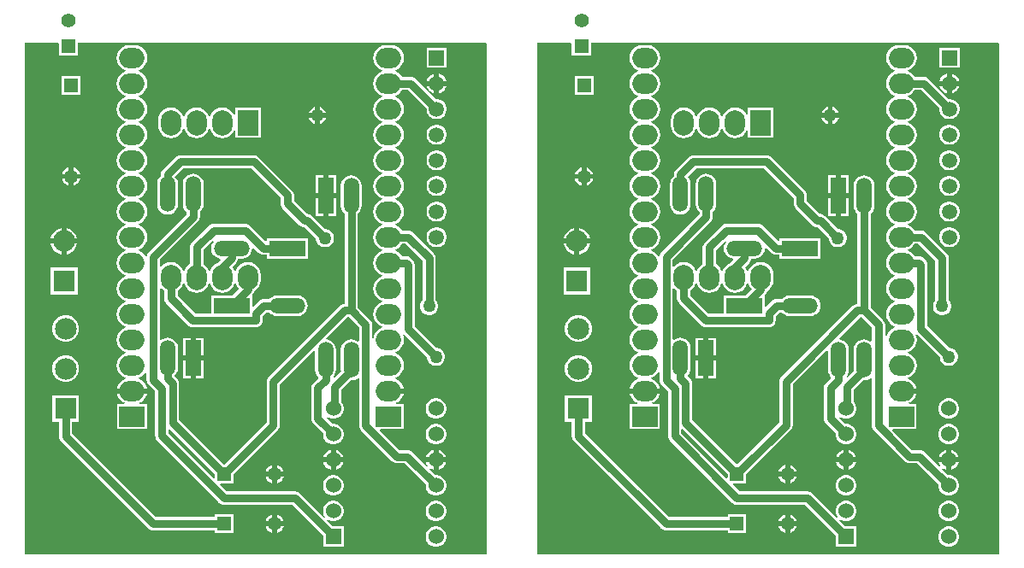
<source format=gbr>
G04*
G04 #@! TF.GenerationSoftware,Altium Limited,Altium Designer,25.0.2 (28)*
G04*
G04 Layer_Physical_Order=2*
G04 Layer_Color=16711680*
%FSLAX44Y44*%
%MOMM*%
G71*
G04*
G04 #@! TF.SameCoordinates,8B6BD92A-2743-4FC7-A306-186CE1EE4446*
G04*
G04*
G04 #@! TF.FilePolarity,Positive*
G04*
G01*
G75*
%ADD14C,0.8000*%
%ADD15O,2.5000X2.0000*%
%ADD16R,2.5000X2.0000*%
%ADD17C,2.1500*%
%ADD18R,2.1500X2.1500*%
%ADD19C,1.5240*%
%ADD20R,1.5240X1.5240*%
%ADD21O,2.0000X2.5000*%
%ADD22R,2.0000X2.5000*%
%ADD23R,1.3500X1.3500*%
%ADD24C,1.3500*%
%ADD25C,1.5000*%
%ADD26R,1.5000X1.5000*%
%ADD27C,1.4000*%
%ADD28R,1.4000X1.4000*%
%ADD29R,1.3500X1.3500*%
%ADD30C,1.2700*%
%ADD31O,1.5240X3.5400*%
%ADD32R,1.5240X3.5400*%
%ADD33R,3.5400X1.5240*%
%ADD34O,3.5400X1.5240*%
G36*
X980260Y520092D02*
X980260Y13970D01*
X522760D01*
Y520949D01*
X556072Y520952D01*
X556970Y520054D01*
Y508730D01*
X576050D01*
Y520954D01*
X979362Y520990D01*
X980260Y520092D01*
D02*
G37*
G36*
X472740D02*
X472740Y13970D01*
X15240D01*
Y520949D01*
X48552Y520952D01*
X49450Y520054D01*
Y508730D01*
X68530D01*
Y520954D01*
X471842Y520990D01*
X472740Y520092D01*
D02*
G37*
%LPC*%
G36*
X940800Y516360D02*
X920720D01*
Y496280D01*
X940800D01*
Y516360D01*
D02*
G37*
G36*
X933260Y490644D02*
Y483420D01*
X940484D01*
X940116Y484795D01*
X938794Y487085D01*
X936925Y488954D01*
X934635Y490275D01*
X933260Y490644D01*
D02*
G37*
G36*
X928260D02*
X926885Y490275D01*
X924595Y488954D01*
X922726Y487085D01*
X921404Y484795D01*
X921036Y483420D01*
X928260D01*
Y490644D01*
D02*
G37*
G36*
X940484Y478420D02*
X933260D01*
Y471195D01*
X934635Y471564D01*
X936925Y472886D01*
X938794Y474755D01*
X940116Y477044D01*
X940484Y478420D01*
D02*
G37*
G36*
X928260D02*
X921036D01*
X921404Y477044D01*
X922726Y474755D01*
X924595Y472886D01*
X926885Y471564D01*
X928260Y471195D01*
Y478420D01*
D02*
G37*
G36*
X578300Y488010D02*
X559720D01*
Y469430D01*
X578300D01*
Y488010D01*
D02*
G37*
G36*
X815260Y457754D02*
Y451720D01*
X821294D01*
X821044Y452651D01*
X819874Y454679D01*
X818219Y456334D01*
X816191Y457504D01*
X815260Y457754D01*
D02*
G37*
G36*
X810260D02*
X809329Y457504D01*
X807301Y456334D01*
X805646Y454679D01*
X804476Y452651D01*
X804226Y451720D01*
X810260D01*
Y457754D01*
D02*
G37*
G36*
X718610Y457118D02*
X715337Y456687D01*
X712286Y455424D01*
X709667Y453414D01*
X707656Y450794D01*
X706598Y448237D01*
X705223D01*
X704164Y450794D01*
X702154Y453414D01*
X699534Y455424D01*
X696484Y456687D01*
X693210Y457118D01*
X689937Y456687D01*
X686886Y455424D01*
X684267Y453414D01*
X682256Y450794D01*
X681198Y448237D01*
X679823D01*
X678764Y450794D01*
X676754Y453414D01*
X674134Y455424D01*
X671084Y456687D01*
X667810Y457118D01*
X664537Y456687D01*
X661486Y455424D01*
X658867Y453414D01*
X656857Y450794D01*
X655593Y447743D01*
X655162Y444470D01*
Y439470D01*
X655593Y436196D01*
X656857Y433146D01*
X658867Y430526D01*
X661486Y428516D01*
X664537Y427253D01*
X667810Y426822D01*
X671084Y427253D01*
X674134Y428516D01*
X676754Y430526D01*
X678764Y433146D01*
X679823Y435703D01*
X681198D01*
X682256Y433146D01*
X684267Y430526D01*
X686886Y428516D01*
X689937Y427253D01*
X693210Y426822D01*
X696484Y427253D01*
X699534Y428516D01*
X702154Y430526D01*
X704164Y433146D01*
X705223Y435703D01*
X706598D01*
X707656Y433146D01*
X709667Y430526D01*
X712286Y428516D01*
X715337Y427253D01*
X718610Y426822D01*
X721884Y427253D01*
X724934Y428516D01*
X727554Y430526D01*
X729564Y433146D01*
X730200Y434682D01*
X731470Y434429D01*
Y426930D01*
X756550D01*
Y457010D01*
X731470D01*
Y449510D01*
X730200Y449258D01*
X729564Y450794D01*
X727554Y453414D01*
X724934Y455424D01*
X721884Y456687D01*
X718610Y457118D01*
D02*
G37*
G36*
X821294Y446720D02*
X815260D01*
Y440686D01*
X816191Y440936D01*
X818219Y442106D01*
X819874Y443761D01*
X821044Y445789D01*
X821294Y446720D01*
D02*
G37*
G36*
X810260D02*
X804226D01*
X804476Y445789D01*
X805646Y443761D01*
X807301Y442106D01*
X809329Y440936D01*
X810260Y440686D01*
Y446720D01*
D02*
G37*
G36*
X932082Y440160D02*
X929438D01*
X926885Y439476D01*
X924595Y438154D01*
X922726Y436284D01*
X921404Y433995D01*
X920720Y431442D01*
Y428798D01*
X921404Y426245D01*
X922726Y423955D01*
X924595Y422086D01*
X926885Y420764D01*
X929438Y420080D01*
X932082D01*
X934635Y420764D01*
X936925Y422086D01*
X938794Y423955D01*
X940116Y426245D01*
X940800Y428798D01*
Y431442D01*
X940116Y433995D01*
X938794Y436284D01*
X936925Y438154D01*
X934635Y439476D01*
X932082Y440160D01*
D02*
G37*
G36*
Y414760D02*
X929438D01*
X926885Y414076D01*
X924595Y412754D01*
X922726Y410885D01*
X921404Y408595D01*
X920720Y406042D01*
Y403398D01*
X921404Y400844D01*
X922726Y398555D01*
X924595Y396686D01*
X926885Y395364D01*
X929438Y394680D01*
X932082D01*
X934635Y395364D01*
X936925Y396686D01*
X938794Y398555D01*
X940116Y400844D01*
X940800Y403398D01*
Y406042D01*
X940116Y408595D01*
X938794Y410885D01*
X936925Y412754D01*
X934635Y414076D01*
X932082Y414760D01*
D02*
G37*
G36*
X571510Y397668D02*
Y391220D01*
X577958D01*
X577667Y392306D01*
X576444Y394424D01*
X574714Y396154D01*
X572596Y397377D01*
X571510Y397668D01*
D02*
G37*
G36*
X566510D02*
X565424Y397377D01*
X563306Y396154D01*
X561576Y394424D01*
X560353Y392306D01*
X560062Y391220D01*
X566510D01*
Y397668D01*
D02*
G37*
G36*
X577958Y386220D02*
X571510D01*
Y379772D01*
X572596Y380063D01*
X574714Y381286D01*
X576444Y383016D01*
X577667Y385134D01*
X577958Y386220D01*
D02*
G37*
G36*
X566510D02*
X560062D01*
X560353Y385134D01*
X561576Y383016D01*
X563306Y381286D01*
X565424Y380063D01*
X566510Y379772D01*
Y386220D01*
D02*
G37*
G36*
X831020Y389710D02*
X823360D01*
Y371970D01*
X831020D01*
Y389710D01*
D02*
G37*
G36*
X818360D02*
X810700D01*
Y371970D01*
X818360D01*
Y389710D01*
D02*
G37*
G36*
X932082Y389360D02*
X929438D01*
X926885Y388675D01*
X924595Y387354D01*
X922726Y385485D01*
X921404Y383195D01*
X920720Y380642D01*
Y377998D01*
X921404Y375444D01*
X922726Y373155D01*
X924595Y371286D01*
X926885Y369964D01*
X929438Y369280D01*
X932082D01*
X934635Y369964D01*
X936925Y371286D01*
X938794Y373155D01*
X940116Y375444D01*
X940800Y377998D01*
Y380642D01*
X940116Y383195D01*
X938794Y385485D01*
X936925Y387354D01*
X934635Y388675D01*
X932082Y389360D01*
D02*
G37*
G36*
X831020Y366970D02*
X823360D01*
Y349230D01*
X831020D01*
Y366970D01*
D02*
G37*
G36*
X818360D02*
X810700D01*
Y349230D01*
X818360D01*
Y366970D01*
D02*
G37*
G36*
X932082Y363960D02*
X929438D01*
X926885Y363275D01*
X924595Y361954D01*
X922726Y360084D01*
X921404Y357795D01*
X920720Y355242D01*
Y352598D01*
X921404Y350045D01*
X922726Y347755D01*
X924595Y345886D01*
X926885Y344564D01*
X929438Y343880D01*
X932082D01*
X934635Y344564D01*
X936925Y345886D01*
X938794Y347755D01*
X940116Y350045D01*
X940800Y352598D01*
Y355242D01*
X940116Y357795D01*
X938794Y360084D01*
X936925Y361954D01*
X934635Y363275D01*
X932082Y363960D01*
D02*
G37*
G36*
X564510Y337559D02*
Y326970D01*
X575099D01*
X574394Y329600D01*
X572645Y332630D01*
X570170Y335105D01*
X567140Y336854D01*
X564510Y337559D01*
D02*
G37*
G36*
X559510D02*
X556880Y336854D01*
X553850Y335105D01*
X551375Y332630D01*
X549626Y329600D01*
X548921Y326970D01*
X559510D01*
Y337559D01*
D02*
G37*
G36*
X749868Y409902D02*
X677260D01*
X675553Y409678D01*
X673962Y409019D01*
X672596Y407970D01*
X659846Y395221D01*
X658798Y393854D01*
X658139Y392263D01*
X657914Y390556D01*
Y388855D01*
X657264Y388356D01*
X655635Y386234D01*
X654612Y383762D01*
X654262Y381110D01*
Y360950D01*
X654612Y358298D01*
X655635Y355826D01*
X657264Y353704D01*
X659386Y352075D01*
X661858Y351051D01*
X664510Y350702D01*
X667162Y351051D01*
X669634Y352075D01*
X671756Y353704D01*
X673385Y355826D01*
X674408Y358298D01*
X674758Y360950D01*
Y381110D01*
X674408Y383762D01*
X673385Y386234D01*
X671756Y388356D01*
X671749Y388466D01*
X679992Y396710D01*
X747136D01*
X776400Y367445D01*
Y361748D01*
X776625Y360040D01*
X777284Y358450D01*
X778332Y357083D01*
X795021Y340394D01*
X796387Y339346D01*
X797978Y338687D01*
X799686Y338462D01*
X799939D01*
X811370Y327031D01*
Y326300D01*
X811976Y324039D01*
X813146Y322011D01*
X814801Y320356D01*
X816829Y319186D01*
X819090Y318580D01*
X821430D01*
X823691Y319186D01*
X825719Y320356D01*
X827374Y322011D01*
X828544Y324039D01*
X829150Y326300D01*
Y328640D01*
X828544Y330901D01*
X827374Y332929D01*
X825719Y334584D01*
X823691Y335754D01*
X821430Y336360D01*
X820699D01*
X807336Y349723D01*
X805970Y350771D01*
X804379Y351430D01*
X802672Y351655D01*
X802418D01*
X789593Y364480D01*
Y370178D01*
X789368Y371885D01*
X788709Y373476D01*
X787661Y374842D01*
X754532Y407970D01*
X753166Y409019D01*
X751575Y409678D01*
X749868Y409902D01*
D02*
G37*
G36*
X932082Y338560D02*
X929438D01*
X926885Y337876D01*
X924595Y336554D01*
X922726Y334684D01*
X921404Y332395D01*
X920720Y329842D01*
Y327198D01*
X921404Y324645D01*
X922726Y322355D01*
X924595Y320486D01*
X926885Y319164D01*
X929438Y318480D01*
X932082D01*
X934635Y319164D01*
X936925Y320486D01*
X938794Y322355D01*
X940116Y324645D01*
X940800Y327198D01*
Y329842D01*
X940116Y332395D01*
X938794Y334684D01*
X936925Y336554D01*
X934635Y337876D01*
X932082Y338560D01*
D02*
G37*
G36*
X575099Y321970D02*
X564510D01*
Y311381D01*
X567140Y312086D01*
X570170Y313835D01*
X572645Y316310D01*
X574394Y319340D01*
X575099Y321970D01*
D02*
G37*
G36*
X559510D02*
X548921D01*
X549626Y319340D01*
X551375Y316310D01*
X553850Y313835D01*
X556880Y312086D01*
X559510Y311381D01*
Y321970D01*
D02*
G37*
G36*
X575300Y298160D02*
X548720D01*
Y271580D01*
X575300D01*
Y298160D01*
D02*
G37*
G36*
X885760Y518918D02*
X880760D01*
X877486Y518487D01*
X874436Y517224D01*
X871816Y515214D01*
X869806Y512594D01*
X868543Y509544D01*
X868112Y506270D01*
X868543Y502996D01*
X869806Y499946D01*
X871816Y497326D01*
X874436Y495316D01*
X876993Y494257D01*
Y492883D01*
X874436Y491824D01*
X871816Y489814D01*
X869806Y487194D01*
X868543Y484144D01*
X868112Y480870D01*
X868543Y477596D01*
X869806Y474546D01*
X871816Y471926D01*
X874436Y469916D01*
X876993Y468857D01*
Y467483D01*
X874436Y466424D01*
X871816Y464414D01*
X869806Y461794D01*
X868543Y458744D01*
X868112Y455470D01*
X868543Y452196D01*
X869806Y449146D01*
X871816Y446526D01*
X874436Y444516D01*
X876993Y443457D01*
Y442083D01*
X874436Y441024D01*
X871816Y439014D01*
X869806Y436394D01*
X868543Y433344D01*
X868112Y430070D01*
X868543Y426796D01*
X869806Y423746D01*
X871816Y421126D01*
X874436Y419116D01*
X876993Y418057D01*
Y416683D01*
X874436Y415624D01*
X871816Y413614D01*
X869806Y410994D01*
X868543Y407944D01*
X868112Y404670D01*
X868543Y401396D01*
X869806Y398346D01*
X871816Y395726D01*
X874436Y393716D01*
X876993Y392657D01*
Y391283D01*
X874436Y390224D01*
X871816Y388214D01*
X869806Y385594D01*
X868543Y382544D01*
X868112Y379270D01*
X868543Y375996D01*
X869806Y372946D01*
X871816Y370326D01*
X874436Y368316D01*
X876993Y367257D01*
Y365883D01*
X874436Y364824D01*
X871816Y362814D01*
X869806Y360194D01*
X868543Y357144D01*
X868112Y353870D01*
X868543Y350596D01*
X869806Y347546D01*
X871816Y344926D01*
X874436Y342916D01*
X876993Y341857D01*
Y340483D01*
X874436Y339424D01*
X871816Y337414D01*
X869806Y334794D01*
X868543Y331744D01*
X868112Y328470D01*
X868543Y325196D01*
X869806Y322146D01*
X871816Y319526D01*
X874436Y317516D01*
X876993Y316457D01*
Y315083D01*
X874436Y314024D01*
X871816Y312014D01*
X869806Y309394D01*
X868543Y306344D01*
X868112Y303070D01*
X868543Y299796D01*
X869806Y296746D01*
X871816Y294126D01*
X874436Y292116D01*
X876993Y291057D01*
Y289683D01*
X874436Y288624D01*
X871816Y286614D01*
X869806Y283994D01*
X868543Y280944D01*
X868112Y277670D01*
X868543Y274396D01*
X869806Y271346D01*
X871816Y268726D01*
X874436Y266716D01*
X876993Y265657D01*
Y264283D01*
X874436Y263224D01*
X871816Y261214D01*
X869806Y258594D01*
X868543Y255544D01*
X868112Y252270D01*
X868543Y248996D01*
X869806Y245946D01*
X871816Y243326D01*
X874436Y241316D01*
X876993Y240257D01*
Y238883D01*
X874436Y237824D01*
X871816Y235814D01*
X869806Y233194D01*
X868543Y230144D01*
X868286Y228195D01*
X867016Y228279D01*
Y241823D01*
X866792Y243531D01*
X866133Y245122D01*
X865084Y246488D01*
X852856Y258716D01*
Y351645D01*
X853506Y352144D01*
X855135Y354266D01*
X856159Y356738D01*
X856508Y359390D01*
Y379550D01*
X856159Y382202D01*
X855135Y384674D01*
X853506Y386796D01*
X851384Y388425D01*
X848912Y389449D01*
X846260Y389798D01*
X843608Y389449D01*
X841136Y388425D01*
X839014Y386796D01*
X837385Y384674D01*
X836361Y382202D01*
X836012Y379550D01*
Y359390D01*
X836361Y356738D01*
X837385Y354266D01*
X839014Y352144D01*
X839663Y351645D01*
Y262558D01*
X838121Y262355D01*
X836530Y261696D01*
X835163Y260648D01*
X764463Y189947D01*
X763415Y188581D01*
X762756Y186990D01*
X762531Y185283D01*
Y145070D01*
X720510Y103049D01*
X675977Y147582D01*
Y183420D01*
X675752Y185128D01*
X675093Y186718D01*
X674045Y188085D01*
X671709Y190421D01*
X671756Y191144D01*
X673385Y193266D01*
X674408Y195738D01*
X674758Y198390D01*
Y218550D01*
X674408Y221202D01*
X673385Y223674D01*
X671756Y225796D01*
X669634Y227425D01*
X667162Y228449D01*
X664510Y228798D01*
X661858Y228449D01*
X659386Y227425D01*
X658202Y226516D01*
X656932Y227143D01*
Y277672D01*
X658135Y278080D01*
X658867Y277127D01*
X661214Y275325D01*
Y267670D01*
X661439Y265963D01*
X662097Y264372D01*
X663146Y263006D01*
X684736Y241416D01*
X686102Y240367D01*
X687693Y239708D01*
X689400Y239484D01*
X752190D01*
X753897Y239708D01*
X755488Y240367D01*
X756854Y241416D01*
X757903Y242782D01*
X758562Y244373D01*
X758786Y246080D01*
Y250118D01*
X762542Y253874D01*
X765185D01*
X765684Y253224D01*
X767806Y251595D01*
X770278Y250571D01*
X772930Y250222D01*
X793090D01*
X795742Y250571D01*
X798214Y251595D01*
X800336Y253224D01*
X801965Y255346D01*
X802989Y257818D01*
X803338Y260470D01*
X802989Y263122D01*
X801965Y265594D01*
X800336Y267716D01*
X798214Y269345D01*
X795742Y270368D01*
X793090Y270718D01*
X772930D01*
X770278Y270368D01*
X767806Y269345D01*
X765684Y267716D01*
X765185Y267066D01*
X759810D01*
X758103Y266842D01*
X756512Y266183D01*
X755146Y265135D01*
X749173Y259162D01*
X748000Y259648D01*
Y270630D01*
X748000Y270630D01*
X748000D01*
X748387Y271769D01*
X748675Y272056D01*
X749723Y273422D01*
X750382Y275013D01*
X750402Y275169D01*
X752954Y277127D01*
X754964Y279746D01*
X756227Y282796D01*
X756658Y286070D01*
Y291070D01*
X756227Y294344D01*
X754964Y297394D01*
X752954Y300014D01*
X750334Y302024D01*
X747284Y303287D01*
X744010Y303718D01*
X740737Y303287D01*
X737686Y302024D01*
X735067Y300014D01*
X733056Y297394D01*
X731998Y294838D01*
X730623D01*
X729564Y297394D01*
X728420Y298885D01*
X732424Y302889D01*
X733472Y304255D01*
X734131Y305846D01*
X734313Y307222D01*
X737840D01*
X740492Y307572D01*
X742964Y308595D01*
X745086Y310224D01*
X746715Y312346D01*
X747738Y314818D01*
X748069Y317325D01*
X748876Y317859D01*
X749181Y318009D01*
X754384Y312806D01*
X755750Y311758D01*
X757341Y311099D01*
X759048Y310874D01*
X762770D01*
Y307310D01*
X803250D01*
Y327630D01*
X762770D01*
Y324743D01*
X761500Y324347D01*
X745949Y339898D01*
X744583Y340947D01*
X742991Y341606D01*
X741284Y341830D01*
X709974D01*
X708267Y341606D01*
X706676Y340947D01*
X705310Y339898D01*
X688546Y323134D01*
X687497Y321768D01*
X686839Y320177D01*
X686614Y318470D01*
Y301815D01*
X684267Y300014D01*
X682256Y297394D01*
X681198Y294838D01*
X679823D01*
X678764Y297394D01*
X676754Y300014D01*
X674134Y302024D01*
X671084Y303287D01*
X667810Y303718D01*
X664537Y303287D01*
X661486Y302024D01*
X658867Y300014D01*
X658135Y299060D01*
X656932Y299469D01*
Y306340D01*
X694575Y343982D01*
X695623Y345348D01*
X696282Y346939D01*
X696507Y348646D01*
Y353205D01*
X697156Y353704D01*
X698785Y355826D01*
X699809Y358298D01*
X700158Y360950D01*
Y381110D01*
X699809Y383762D01*
X698785Y386234D01*
X697156Y388356D01*
X695034Y389985D01*
X692562Y391008D01*
X689910Y391358D01*
X687258Y391008D01*
X684786Y389985D01*
X682664Y388356D01*
X681035Y386234D01*
X680012Y383762D01*
X679662Y381110D01*
Y360950D01*
X680012Y358298D01*
X681035Y355826D01*
X682664Y353704D01*
X683314Y353205D01*
Y351379D01*
X645672Y313736D01*
X644623Y312370D01*
X643964Y310779D01*
X643851Y309916D01*
X643423Y309720D01*
X642532Y309631D01*
X640704Y312014D01*
X638084Y314024D01*
X635527Y315083D01*
Y316457D01*
X638084Y317516D01*
X640704Y319526D01*
X642714Y322146D01*
X643977Y325196D01*
X644408Y328470D01*
X643977Y331744D01*
X642714Y334794D01*
X640704Y337414D01*
X638084Y339424D01*
X635527Y340483D01*
Y341857D01*
X638084Y342916D01*
X640704Y344926D01*
X642714Y347546D01*
X643977Y350596D01*
X644408Y353870D01*
X643977Y357144D01*
X642714Y360194D01*
X640704Y362814D01*
X638084Y364824D01*
X635527Y365883D01*
Y367257D01*
X638084Y368316D01*
X640704Y370326D01*
X642714Y372946D01*
X643977Y375996D01*
X644408Y379270D01*
X643977Y382544D01*
X642714Y385594D01*
X640704Y388214D01*
X638084Y390224D01*
X635527Y391283D01*
Y392657D01*
X638084Y393716D01*
X640704Y395726D01*
X642714Y398346D01*
X643977Y401396D01*
X644408Y404670D01*
X643977Y407944D01*
X642714Y410994D01*
X640704Y413614D01*
X638084Y415624D01*
X635527Y416683D01*
Y418057D01*
X638084Y419116D01*
X640704Y421126D01*
X642714Y423746D01*
X643977Y426796D01*
X644408Y430070D01*
X643977Y433344D01*
X642714Y436394D01*
X640704Y439014D01*
X638084Y441024D01*
X635527Y442083D01*
Y443457D01*
X638084Y444516D01*
X640704Y446526D01*
X642714Y449146D01*
X643977Y452196D01*
X644408Y455470D01*
X643977Y458744D01*
X642714Y461794D01*
X640704Y464414D01*
X638084Y466424D01*
X635527Y467483D01*
Y468857D01*
X638084Y469916D01*
X640704Y471926D01*
X642714Y474546D01*
X643977Y477596D01*
X644408Y480870D01*
X643977Y484144D01*
X642714Y487194D01*
X640704Y489814D01*
X638084Y491824D01*
X635527Y492883D01*
Y494257D01*
X638084Y495316D01*
X640704Y497326D01*
X642714Y499946D01*
X643977Y502996D01*
X644408Y506270D01*
X643977Y509544D01*
X642714Y512594D01*
X640704Y515214D01*
X638084Y517224D01*
X635034Y518487D01*
X631760Y518918D01*
X626760D01*
X623487Y518487D01*
X620436Y517224D01*
X617816Y515214D01*
X615806Y512594D01*
X614543Y509544D01*
X614112Y506270D01*
X614543Y502996D01*
X615806Y499946D01*
X617816Y497326D01*
X620436Y495316D01*
X622993Y494257D01*
Y492883D01*
X620436Y491824D01*
X617816Y489814D01*
X615806Y487194D01*
X614543Y484144D01*
X614112Y480870D01*
X614543Y477596D01*
X615806Y474546D01*
X617816Y471926D01*
X620436Y469916D01*
X622993Y468857D01*
Y467483D01*
X620436Y466424D01*
X617816Y464414D01*
X615806Y461794D01*
X614543Y458744D01*
X614112Y455470D01*
X614543Y452196D01*
X615806Y449146D01*
X617816Y446526D01*
X620436Y444516D01*
X622993Y443457D01*
Y442083D01*
X620436Y441024D01*
X617816Y439014D01*
X615806Y436394D01*
X614543Y433344D01*
X614112Y430070D01*
X614543Y426796D01*
X615806Y423746D01*
X617816Y421126D01*
X620436Y419116D01*
X622993Y418057D01*
Y416683D01*
X620436Y415624D01*
X617816Y413614D01*
X615806Y410994D01*
X614543Y407944D01*
X614112Y404670D01*
X614543Y401396D01*
X615806Y398346D01*
X617816Y395726D01*
X620436Y393716D01*
X622993Y392657D01*
Y391283D01*
X620436Y390224D01*
X617816Y388214D01*
X615806Y385594D01*
X614543Y382544D01*
X614112Y379270D01*
X614543Y375996D01*
X615806Y372946D01*
X617816Y370326D01*
X620436Y368316D01*
X622993Y367257D01*
Y365883D01*
X620436Y364824D01*
X617816Y362814D01*
X615806Y360194D01*
X614543Y357144D01*
X614112Y353870D01*
X614543Y350596D01*
X615806Y347546D01*
X617816Y344926D01*
X620436Y342916D01*
X622993Y341857D01*
Y340483D01*
X620436Y339424D01*
X617816Y337414D01*
X615806Y334794D01*
X614543Y331744D01*
X614112Y328470D01*
X614543Y325196D01*
X615806Y322146D01*
X617816Y319526D01*
X620436Y317516D01*
X622993Y316457D01*
Y315083D01*
X620436Y314024D01*
X617816Y312014D01*
X615806Y309394D01*
X614543Y306344D01*
X614112Y303070D01*
X614543Y299796D01*
X615806Y296746D01*
X617816Y294126D01*
X620436Y292116D01*
X622993Y291057D01*
Y289683D01*
X620436Y288624D01*
X617816Y286614D01*
X615806Y283994D01*
X614543Y280944D01*
X614112Y277670D01*
X614543Y274396D01*
X615806Y271346D01*
X617816Y268726D01*
X620436Y266716D01*
X622993Y265657D01*
Y264283D01*
X620436Y263224D01*
X617816Y261214D01*
X615806Y258594D01*
X614543Y255544D01*
X614112Y252270D01*
X614543Y248996D01*
X615806Y245946D01*
X617816Y243326D01*
X620436Y241316D01*
X622993Y240257D01*
Y238883D01*
X620436Y237824D01*
X617816Y235814D01*
X615806Y233194D01*
X614543Y230144D01*
X614112Y226870D01*
X614543Y223596D01*
X615806Y220546D01*
X617816Y217926D01*
X620436Y215916D01*
X622993Y214857D01*
Y213483D01*
X620436Y212424D01*
X617816Y210414D01*
X615806Y207794D01*
X614543Y204744D01*
X614112Y201470D01*
X614543Y198196D01*
X615806Y195146D01*
X617816Y192526D01*
X620436Y190516D01*
X622993Y189457D01*
Y188083D01*
X620436Y187024D01*
X617816Y185014D01*
X615806Y182394D01*
X614543Y179344D01*
X614441Y178570D01*
X644079D01*
X643977Y179344D01*
X642714Y182394D01*
X640704Y185014D01*
X638084Y187024D01*
X635527Y188083D01*
Y189457D01*
X638084Y190516D01*
X640704Y192526D01*
X642470Y194828D01*
X643740Y194441D01*
Y186915D01*
X643964Y185208D01*
X644623Y183617D01*
X645672Y182250D01*
X652244Y175678D01*
Y131404D01*
X652469Y129696D01*
X653128Y128105D01*
X654176Y126739D01*
X715776Y65140D01*
X717142Y64091D01*
X718733Y63432D01*
X720440Y63208D01*
X787694D01*
X818350Y32551D01*
Y21560D01*
X838670D01*
Y41880D01*
X827679D01*
X821713Y47846D01*
X822493Y48862D01*
X824588Y47652D01*
X827172Y46960D01*
X829847D01*
X832431Y47652D01*
X834748Y48990D01*
X836640Y50882D01*
X837978Y53198D01*
X838670Y55782D01*
Y58458D01*
X837978Y61042D01*
X836640Y63358D01*
X834748Y65250D01*
X832431Y66588D01*
X829847Y67280D01*
X827172D01*
X824588Y66588D01*
X822271Y65250D01*
X820380Y63358D01*
X819042Y61042D01*
X818350Y58458D01*
Y55782D01*
X819042Y53198D01*
X820252Y51103D01*
X819236Y50323D01*
X795090Y74468D01*
X793724Y75517D01*
X792133Y76176D01*
X790426Y76400D01*
X723172D01*
X716316Y83257D01*
X716802Y84430D01*
X729800D01*
Y93681D01*
X773792Y137673D01*
X774840Y139039D01*
X775499Y140630D01*
X775724Y142337D01*
Y182551D01*
X809342Y216169D01*
X810612Y215643D01*
Y196830D01*
X810962Y194178D01*
X811985Y191706D01*
X813614Y189584D01*
X813667Y188779D01*
X808486Y183598D01*
X807437Y182232D01*
X806778Y180641D01*
X806554Y178934D01*
Y148680D01*
X806778Y146973D01*
X807437Y145382D01*
X808486Y144016D01*
X818350Y134151D01*
Y131982D01*
X819042Y129398D01*
X820380Y127082D01*
X822271Y125190D01*
X824588Y123852D01*
X827172Y123160D01*
X829847D01*
X832431Y123852D01*
X834748Y125190D01*
X836640Y127082D01*
X837978Y129398D01*
X838670Y131982D01*
Y134658D01*
X837978Y137242D01*
X836640Y139558D01*
X834748Y141450D01*
X832431Y142788D01*
X829847Y143480D01*
X827679D01*
X821713Y149446D01*
X822493Y150462D01*
X824588Y149252D01*
X827172Y148560D01*
X829847D01*
X832431Y149252D01*
X834748Y150590D01*
X836640Y152482D01*
X837978Y154798D01*
X838670Y157382D01*
Y160058D01*
X837978Y162642D01*
X836640Y164958D01*
X836326Y165273D01*
Y177567D01*
X845448Y186689D01*
X846260Y186582D01*
X848912Y186931D01*
X851384Y187955D01*
X852553Y188853D01*
X853823Y188226D01*
Y141761D01*
X854048Y140054D01*
X854707Y138463D01*
X855755Y137097D01*
X886583Y106269D01*
X887950Y105221D01*
X889540Y104562D01*
X891248Y104337D01*
X898964D01*
X919950Y83351D01*
Y81182D01*
X920642Y78598D01*
X921980Y76282D01*
X923872Y74390D01*
X926188Y73052D01*
X928772Y72360D01*
X931448D01*
X934032Y73052D01*
X936348Y74390D01*
X938240Y76282D01*
X939577Y78598D01*
X940270Y81182D01*
Y83858D01*
X939577Y86442D01*
X938240Y88758D01*
X936348Y90650D01*
X934032Y91988D01*
X931448Y92680D01*
X929279D01*
X923313Y98646D01*
X924093Y99662D01*
X926188Y98452D01*
X927610Y98071D01*
Y105420D01*
X920261D01*
X920642Y103998D01*
X921852Y101903D01*
X920836Y101123D01*
X906361Y115598D01*
X904995Y116646D01*
X903404Y117305D01*
X901697Y117530D01*
X893980D01*
X874553Y136957D01*
X875039Y138130D01*
X898300D01*
Y163210D01*
X890801D01*
X890548Y164480D01*
X892084Y165116D01*
X894704Y167126D01*
X896714Y169746D01*
X897977Y172796D01*
X898079Y173570D01*
X883260D01*
Y178570D01*
X898079D01*
X897977Y179344D01*
X896714Y182394D01*
X894704Y185014D01*
X892084Y187024D01*
X889528Y188083D01*
Y189457D01*
X892084Y190516D01*
X894704Y192526D01*
X896714Y195146D01*
X897977Y198196D01*
X898408Y201470D01*
X897977Y204744D01*
X896714Y207794D01*
X894704Y210414D01*
X892084Y212424D01*
X889528Y213483D01*
Y214857D01*
X892084Y215916D01*
X894704Y217926D01*
X896714Y220546D01*
X897977Y223596D01*
X898408Y226870D01*
X897977Y230144D01*
X897442Y231435D01*
X898519Y232154D01*
X921220Y209453D01*
Y208722D01*
X921826Y206461D01*
X922996Y204433D01*
X924651Y202778D01*
X926678Y201608D01*
X928940Y201002D01*
X931280D01*
X933541Y201608D01*
X935568Y202778D01*
X937224Y204433D01*
X938394Y206461D01*
X939000Y208722D01*
Y211063D01*
X938394Y213323D01*
X937224Y215351D01*
X935568Y217006D01*
X933541Y218176D01*
X931280Y218782D01*
X930549D01*
X908900Y240430D01*
Y301292D01*
X908676Y302999D01*
X908017Y304590D01*
X906968Y305956D01*
X905190Y307734D01*
X903824Y308783D01*
X902233Y309442D01*
X900526Y309666D01*
X896505D01*
X894704Y312014D01*
X892084Y314024D01*
X889528Y315083D01*
Y316457D01*
X892084Y317516D01*
X894704Y319526D01*
X896505Y321874D01*
X899986D01*
X916790Y305070D01*
Y266026D01*
X916272Y265509D01*
X915102Y263481D01*
X914496Y261220D01*
Y258880D01*
X915102Y256619D01*
X916272Y254591D01*
X917927Y252936D01*
X919955Y251766D01*
X922216Y251160D01*
X924556D01*
X926817Y251766D01*
X928845Y252936D01*
X930500Y254591D01*
X931670Y256619D01*
X932276Y258880D01*
Y261220D01*
X931670Y263481D01*
X930500Y265509D01*
X929982Y266026D01*
Y307802D01*
X929758Y309509D01*
X929099Y311100D01*
X928050Y312466D01*
X907382Y333134D01*
X906016Y334183D01*
X904425Y334842D01*
X902718Y335066D01*
X896505D01*
X894704Y337414D01*
X892084Y339424D01*
X889528Y340483D01*
Y341857D01*
X892084Y342916D01*
X894704Y344926D01*
X896714Y347546D01*
X897977Y350596D01*
X898408Y353870D01*
X897977Y357144D01*
X896714Y360194D01*
X894704Y362814D01*
X892084Y364824D01*
X889528Y365883D01*
Y367257D01*
X892084Y368316D01*
X894704Y370326D01*
X896714Y372946D01*
X897977Y375996D01*
X898408Y379270D01*
X897977Y382544D01*
X896714Y385594D01*
X894704Y388214D01*
X892084Y390224D01*
X889528Y391283D01*
Y392657D01*
X892084Y393716D01*
X894704Y395726D01*
X896714Y398346D01*
X897977Y401396D01*
X898408Y404670D01*
X897977Y407944D01*
X896714Y410994D01*
X894704Y413614D01*
X892084Y415624D01*
X889528Y416683D01*
Y418057D01*
X892084Y419116D01*
X894704Y421126D01*
X896714Y423746D01*
X897977Y426796D01*
X898408Y430070D01*
X897977Y433344D01*
X896714Y436394D01*
X894704Y439014D01*
X892084Y441024D01*
X889528Y442083D01*
Y443457D01*
X892084Y444516D01*
X894704Y446526D01*
X896714Y449146D01*
X897977Y452196D01*
X898408Y455470D01*
X897977Y458744D01*
X896714Y461794D01*
X894704Y464414D01*
X892084Y466424D01*
X889528Y467483D01*
Y468857D01*
X892084Y469916D01*
X894704Y471926D01*
X896505Y474273D01*
X902678D01*
X920720Y456231D01*
Y454198D01*
X921404Y451645D01*
X922726Y449355D01*
X924595Y447486D01*
X926885Y446164D01*
X929438Y445480D01*
X932082D01*
X934635Y446164D01*
X936925Y447486D01*
X938794Y449355D01*
X940116Y451645D01*
X940800Y454198D01*
Y456842D01*
X940116Y459395D01*
X938794Y461684D01*
X936925Y463554D01*
X934635Y464875D01*
X932082Y465560D01*
X930049D01*
X910074Y485534D01*
X908708Y486583D01*
X907117Y487242D01*
X905410Y487466D01*
X896505D01*
X894704Y489814D01*
X892084Y491824D01*
X889528Y492883D01*
Y494257D01*
X892084Y495316D01*
X894704Y497326D01*
X896714Y499946D01*
X897977Y502996D01*
X898408Y506270D01*
X897977Y509544D01*
X896714Y512594D01*
X894704Y515214D01*
X892084Y517224D01*
X889034Y518487D01*
X885760Y518918D01*
D02*
G37*
G36*
X565260Y251110D02*
X561760D01*
X558380Y250204D01*
X555350Y248455D01*
X552876Y245980D01*
X551126Y242950D01*
X550220Y239570D01*
Y236070D01*
X551126Y232690D01*
X552876Y229660D01*
X555350Y227185D01*
X558380Y225436D01*
X561760Y224530D01*
X565260D01*
X568640Y225436D01*
X571670Y227185D01*
X574145Y229660D01*
X575895Y232690D01*
X576800Y236070D01*
Y239570D01*
X575895Y242950D01*
X574145Y245980D01*
X571670Y248455D01*
X568640Y250204D01*
X565260Y251110D01*
D02*
G37*
G36*
X700070Y228710D02*
X692410D01*
Y210970D01*
X700070D01*
Y228710D01*
D02*
G37*
G36*
X687410D02*
X679750D01*
Y210970D01*
X687410D01*
Y228710D01*
D02*
G37*
G36*
X700070Y205970D02*
X692410D01*
Y188230D01*
X700070D01*
Y205970D01*
D02*
G37*
G36*
X687410D02*
X679750D01*
Y188230D01*
X687410D01*
Y205970D01*
D02*
G37*
G36*
X565260Y211510D02*
X561760D01*
X558380Y210604D01*
X555350Y208854D01*
X552876Y206380D01*
X551126Y203350D01*
X550220Y199970D01*
Y196470D01*
X551126Y193090D01*
X552876Y190060D01*
X555350Y187585D01*
X558380Y185835D01*
X561760Y184930D01*
X565260D01*
X568640Y185835D01*
X571670Y187585D01*
X574145Y190060D01*
X575895Y193090D01*
X576800Y196470D01*
Y199970D01*
X575895Y203350D01*
X574145Y206380D01*
X571670Y208854D01*
X568640Y210604D01*
X565260Y211510D01*
D02*
G37*
G36*
X931448Y168880D02*
X928772D01*
X926188Y168188D01*
X923872Y166850D01*
X921980Y164958D01*
X920642Y162642D01*
X919950Y160058D01*
Y157382D01*
X920642Y154798D01*
X921980Y152482D01*
X923872Y150590D01*
X926188Y149252D01*
X928772Y148560D01*
X931448D01*
X934032Y149252D01*
X936348Y150590D01*
X938240Y152482D01*
X939577Y154798D01*
X940270Y157382D01*
Y160058D01*
X939577Y162642D01*
X938240Y164958D01*
X936348Y166850D01*
X934032Y168188D01*
X931448Y168880D01*
D02*
G37*
G36*
X644079Y173570D02*
X614441D01*
X614543Y172796D01*
X615806Y169746D01*
X617816Y167126D01*
X620436Y165116D01*
X621972Y164480D01*
X621720Y163210D01*
X614220D01*
Y138130D01*
X644300D01*
Y163210D01*
X636801D01*
X636548Y164480D01*
X638084Y165116D01*
X640704Y167126D01*
X642714Y169746D01*
X643977Y172796D01*
X644079Y173570D01*
D02*
G37*
G36*
X931448Y143480D02*
X928772D01*
X926188Y142788D01*
X923872Y141450D01*
X921980Y139558D01*
X920642Y137242D01*
X919950Y134658D01*
Y131982D01*
X920642Y129398D01*
X921980Y127082D01*
X923872Y125190D01*
X926188Y123852D01*
X928772Y123160D01*
X931448D01*
X934032Y123852D01*
X936348Y125190D01*
X938240Y127082D01*
X939577Y129398D01*
X940270Y131982D01*
Y134658D01*
X939577Y137242D01*
X938240Y139558D01*
X936348Y141450D01*
X934032Y142788D01*
X931448Y143480D01*
D02*
G37*
G36*
X932610Y117768D02*
Y110420D01*
X939958D01*
X939577Y111842D01*
X938240Y114158D01*
X936348Y116050D01*
X934032Y117388D01*
X932610Y117768D01*
D02*
G37*
G36*
X927610D02*
X926188Y117388D01*
X923872Y116050D01*
X921980Y114158D01*
X920642Y111842D01*
X920261Y110420D01*
X927610D01*
Y117768D01*
D02*
G37*
G36*
X831010D02*
Y110420D01*
X838359D01*
X837978Y111842D01*
X836640Y114158D01*
X834748Y116050D01*
X832431Y117388D01*
X831010Y117768D01*
D02*
G37*
G36*
X826010D02*
X824588Y117388D01*
X822271Y116050D01*
X820380Y114158D01*
X819042Y111842D01*
X818661Y110420D01*
X826010D01*
Y117768D01*
D02*
G37*
G36*
X939958Y105420D02*
X932610D01*
Y98071D01*
X934032Y98452D01*
X936348Y99790D01*
X938240Y101682D01*
X939577Y103998D01*
X939958Y105420D01*
D02*
G37*
G36*
X838359D02*
X831010D01*
Y98071D01*
X832431Y98452D01*
X834748Y99790D01*
X836640Y101682D01*
X837978Y103998D01*
X838359Y105420D01*
D02*
G37*
G36*
X826010D02*
X818661D01*
X819042Y103998D01*
X820380Y101682D01*
X822271Y99790D01*
X824588Y98452D01*
X826010Y98071D01*
Y105420D01*
D02*
G37*
G36*
X773010Y102668D02*
Y96220D01*
X779458D01*
X779167Y97306D01*
X777944Y99424D01*
X776214Y101154D01*
X774096Y102377D01*
X773010Y102668D01*
D02*
G37*
G36*
X768010D02*
X766924Y102377D01*
X764806Y101154D01*
X763076Y99424D01*
X761853Y97306D01*
X761562Y96220D01*
X768010D01*
Y102668D01*
D02*
G37*
G36*
X779458Y91220D02*
X773010D01*
Y84772D01*
X774096Y85063D01*
X776214Y86286D01*
X777944Y88016D01*
X779167Y90134D01*
X779458Y91220D01*
D02*
G37*
G36*
X768010D02*
X761562D01*
X761853Y90134D01*
X763076Y88016D01*
X764806Y86286D01*
X766924Y85063D01*
X768010Y84772D01*
Y91220D01*
D02*
G37*
G36*
X829847Y92680D02*
X827172D01*
X824588Y91988D01*
X822271Y90650D01*
X820380Y88758D01*
X819042Y86442D01*
X818350Y83858D01*
Y81182D01*
X819042Y78598D01*
X820380Y76282D01*
X822271Y74390D01*
X824588Y73052D01*
X827172Y72360D01*
X829847D01*
X832431Y73052D01*
X834748Y74390D01*
X836640Y76282D01*
X837978Y78598D01*
X838670Y81182D01*
Y83858D01*
X837978Y86442D01*
X836640Y88758D01*
X834748Y90650D01*
X832431Y91988D01*
X829847Y92680D01*
D02*
G37*
G36*
X773010Y53418D02*
Y46970D01*
X779458D01*
X779167Y48056D01*
X777944Y50174D01*
X776214Y51904D01*
X774096Y53127D01*
X773010Y53418D01*
D02*
G37*
G36*
X768010D02*
X766924Y53127D01*
X764806Y51904D01*
X763076Y50174D01*
X761853Y48056D01*
X761562Y46970D01*
X768010D01*
Y53418D01*
D02*
G37*
G36*
X931448Y67280D02*
X928772D01*
X926188Y66588D01*
X923872Y65250D01*
X921980Y63358D01*
X920642Y61042D01*
X919950Y58458D01*
Y55782D01*
X920642Y53198D01*
X921980Y50882D01*
X923872Y48990D01*
X926188Y47652D01*
X928772Y46960D01*
X931448D01*
X934032Y47652D01*
X936348Y48990D01*
X938240Y50882D01*
X939577Y53198D01*
X940270Y55782D01*
Y58458D01*
X939577Y61042D01*
X938240Y63358D01*
X936348Y65250D01*
X934032Y66588D01*
X931448Y67280D01*
D02*
G37*
G36*
X779458Y41970D02*
X773010D01*
Y35522D01*
X774096Y35813D01*
X776214Y37036D01*
X777944Y38766D01*
X779167Y40884D01*
X779458Y41970D01*
D02*
G37*
G36*
X768010D02*
X761562D01*
X761853Y40884D01*
X763076Y38766D01*
X764806Y37036D01*
X766924Y35813D01*
X768010Y35522D01*
Y41970D01*
D02*
G37*
G36*
X576800Y171910D02*
X550220D01*
Y145330D01*
X556914D01*
Y131220D01*
X557138Y129513D01*
X557798Y127922D01*
X558846Y126555D01*
X645596Y39806D01*
X646962Y38757D01*
X648553Y38098D01*
X650260Y37874D01*
X711220D01*
Y35180D01*
X729800D01*
Y53760D01*
X711220D01*
Y51066D01*
X652992D01*
X570107Y133952D01*
Y145330D01*
X576800D01*
Y171910D01*
D02*
G37*
G36*
X931448Y41880D02*
X928772D01*
X926188Y41188D01*
X923872Y39850D01*
X921980Y37958D01*
X920642Y35642D01*
X919950Y33058D01*
Y30382D01*
X920642Y27798D01*
X921980Y25482D01*
X923872Y23590D01*
X926188Y22252D01*
X928772Y21560D01*
X931448D01*
X934032Y22252D01*
X936348Y23590D01*
X938240Y25482D01*
X939577Y27798D01*
X940270Y30382D01*
Y33058D01*
X939577Y35642D01*
X938240Y37958D01*
X936348Y39850D01*
X934032Y41188D01*
X931448Y41880D01*
D02*
G37*
%LPD*%
G36*
X709948Y324083D02*
X708805Y322594D01*
X707782Y320122D01*
X707432Y317470D01*
X707782Y314818D01*
X708805Y312346D01*
X710434Y310224D01*
X712556Y308595D01*
X715028Y307572D01*
X716464Y307382D01*
X716919Y306042D01*
X713946Y303068D01*
X713544Y302545D01*
X712286Y302024D01*
X709667Y300014D01*
X707656Y297394D01*
X706598Y294838D01*
X705223D01*
X704164Y297394D01*
X702154Y300014D01*
X699807Y301815D01*
Y315738D01*
X708991Y324922D01*
X709948Y324083D01*
D02*
G37*
G36*
X733056Y279746D02*
X735067Y277127D01*
X735068Y277107D01*
X728591Y270630D01*
X707520D01*
Y252676D01*
X692132D01*
X674407Y270402D01*
Y275325D01*
X676754Y277127D01*
X678764Y279746D01*
X679823Y282303D01*
X681198D01*
X682256Y279746D01*
X684267Y277127D01*
X686886Y275117D01*
X689937Y273853D01*
X693210Y273422D01*
X696484Y273853D01*
X699534Y275117D01*
X702154Y277127D01*
X704164Y279746D01*
X705223Y282303D01*
X706598D01*
X707656Y279746D01*
X709667Y277127D01*
X712286Y275117D01*
X715337Y273853D01*
X718610Y273422D01*
X721884Y273853D01*
X724934Y275117D01*
X727554Y277127D01*
X729564Y279746D01*
X730623Y282303D01*
X731998D01*
X733056Y279746D01*
D02*
G37*
G36*
X853823Y239091D02*
Y225594D01*
X852553Y224967D01*
X851384Y225865D01*
X848912Y226889D01*
X846260Y227238D01*
X843608Y226889D01*
X841136Y225865D01*
X839014Y224236D01*
X837385Y222114D01*
X836361Y219642D01*
X836012Y216990D01*
Y196830D01*
X836119Y196018D01*
X829780Y189679D01*
X828823Y190518D01*
X829735Y191706D01*
X830759Y194178D01*
X831108Y196830D01*
Y216990D01*
X830759Y219642D01*
X829735Y222114D01*
X828106Y224236D01*
X825984Y225865D01*
X823512Y226889D01*
X822050Y227081D01*
X821595Y228422D01*
X842560Y249387D01*
X843528D01*
X853823Y239091D01*
D02*
G37*
G36*
X711220Y93681D02*
Y90012D01*
X710047Y89526D01*
X665437Y134136D01*
Y137805D01*
X666610Y138291D01*
X711220Y93681D01*
D02*
G37*
%LPC*%
G36*
X433280Y516360D02*
X413200D01*
Y496280D01*
X433280D01*
Y516360D01*
D02*
G37*
G36*
X425740Y490644D02*
Y483420D01*
X432964D01*
X432596Y484795D01*
X431274Y487085D01*
X429405Y488954D01*
X427115Y490275D01*
X425740Y490644D01*
D02*
G37*
G36*
X420740D02*
X419365Y490275D01*
X417075Y488954D01*
X415206Y487085D01*
X413884Y484795D01*
X413516Y483420D01*
X420740D01*
Y490644D01*
D02*
G37*
G36*
X432964Y478420D02*
X425740D01*
Y471195D01*
X427115Y471564D01*
X429405Y472886D01*
X431274Y474755D01*
X432596Y477044D01*
X432964Y478420D01*
D02*
G37*
G36*
X420740D02*
X413516D01*
X413884Y477044D01*
X415206Y474755D01*
X417075Y472886D01*
X419365Y471564D01*
X420740Y471195D01*
Y478420D01*
D02*
G37*
G36*
X70780Y488010D02*
X52200D01*
Y469430D01*
X70780D01*
Y488010D01*
D02*
G37*
G36*
X307740Y457754D02*
Y451720D01*
X313774D01*
X313524Y452651D01*
X312354Y454679D01*
X310699Y456334D01*
X308671Y457504D01*
X307740Y457754D01*
D02*
G37*
G36*
X302740D02*
X301809Y457504D01*
X299781Y456334D01*
X298126Y454679D01*
X296956Y452651D01*
X296706Y451720D01*
X302740D01*
Y457754D01*
D02*
G37*
G36*
X211090Y457118D02*
X207817Y456687D01*
X204766Y455424D01*
X202146Y453414D01*
X200137Y450794D01*
X199077Y448237D01*
X197703D01*
X196644Y450794D01*
X194634Y453414D01*
X192014Y455424D01*
X188964Y456687D01*
X185690Y457118D01*
X182417Y456687D01*
X179366Y455424D01*
X176747Y453414D01*
X174736Y450794D01*
X173678Y448237D01*
X172303D01*
X171244Y450794D01*
X169234Y453414D01*
X166614Y455424D01*
X163564Y456687D01*
X160290Y457118D01*
X157017Y456687D01*
X153966Y455424D01*
X151347Y453414D01*
X149337Y450794D01*
X148073Y447743D01*
X147642Y444470D01*
Y439470D01*
X148073Y436196D01*
X149337Y433146D01*
X151347Y430526D01*
X153966Y428516D01*
X157017Y427253D01*
X160290Y426822D01*
X163564Y427253D01*
X166614Y428516D01*
X169234Y430526D01*
X171244Y433146D01*
X172303Y435703D01*
X173678D01*
X174736Y433146D01*
X176747Y430526D01*
X179366Y428516D01*
X182417Y427253D01*
X185690Y426822D01*
X188964Y427253D01*
X192014Y428516D01*
X194634Y430526D01*
X196644Y433146D01*
X197703Y435703D01*
X199077D01*
X200137Y433146D01*
X202146Y430526D01*
X204766Y428516D01*
X207817Y427253D01*
X211090Y426822D01*
X214364Y427253D01*
X217414Y428516D01*
X220034Y430526D01*
X222044Y433146D01*
X222680Y434682D01*
X223950Y434429D01*
Y426930D01*
X249030D01*
Y457010D01*
X223950D01*
Y449510D01*
X222680Y449258D01*
X222044Y450794D01*
X220034Y453414D01*
X217414Y455424D01*
X214364Y456687D01*
X211090Y457118D01*
D02*
G37*
G36*
X313774Y446720D02*
X307740D01*
Y440686D01*
X308671Y440936D01*
X310699Y442106D01*
X312354Y443761D01*
X313524Y445789D01*
X313774Y446720D01*
D02*
G37*
G36*
X302740D02*
X296706D01*
X296956Y445789D01*
X298126Y443761D01*
X299781Y442106D01*
X301809Y440936D01*
X302740Y440686D01*
Y446720D01*
D02*
G37*
G36*
X424562Y440160D02*
X421918D01*
X419365Y439476D01*
X417075Y438154D01*
X415206Y436284D01*
X413884Y433995D01*
X413200Y431442D01*
Y428798D01*
X413884Y426245D01*
X415206Y423955D01*
X417075Y422086D01*
X419365Y420764D01*
X421918Y420080D01*
X424562D01*
X427115Y420764D01*
X429405Y422086D01*
X431274Y423955D01*
X432596Y426245D01*
X433280Y428798D01*
Y431442D01*
X432596Y433995D01*
X431274Y436284D01*
X429405Y438154D01*
X427115Y439476D01*
X424562Y440160D01*
D02*
G37*
G36*
Y414760D02*
X421918D01*
X419365Y414076D01*
X417075Y412754D01*
X415206Y410885D01*
X413884Y408595D01*
X413200Y406042D01*
Y403398D01*
X413884Y400844D01*
X415206Y398555D01*
X417075Y396686D01*
X419365Y395364D01*
X421918Y394680D01*
X424562D01*
X427115Y395364D01*
X429405Y396686D01*
X431274Y398555D01*
X432596Y400844D01*
X433280Y403398D01*
Y406042D01*
X432596Y408595D01*
X431274Y410885D01*
X429405Y412754D01*
X427115Y414076D01*
X424562Y414760D01*
D02*
G37*
G36*
X63990Y397668D02*
Y391220D01*
X70438D01*
X70147Y392306D01*
X68924Y394424D01*
X67194Y396154D01*
X65076Y397377D01*
X63990Y397668D01*
D02*
G37*
G36*
X58990D02*
X57904Y397377D01*
X55786Y396154D01*
X54056Y394424D01*
X52833Y392306D01*
X52542Y391220D01*
X58990D01*
Y397668D01*
D02*
G37*
G36*
X70438Y386220D02*
X63990D01*
Y379772D01*
X65076Y380063D01*
X67194Y381286D01*
X68924Y383016D01*
X70147Y385134D01*
X70438Y386220D01*
D02*
G37*
G36*
X58990D02*
X52542D01*
X52833Y385134D01*
X54056Y383016D01*
X55786Y381286D01*
X57904Y380063D01*
X58990Y379772D01*
Y386220D01*
D02*
G37*
G36*
X323500Y389710D02*
X315840D01*
Y371970D01*
X323500D01*
Y389710D01*
D02*
G37*
G36*
X310840D02*
X303180D01*
Y371970D01*
X310840D01*
Y389710D01*
D02*
G37*
G36*
X424562Y389360D02*
X421918D01*
X419365Y388675D01*
X417075Y387354D01*
X415206Y385485D01*
X413884Y383195D01*
X413200Y380642D01*
Y377998D01*
X413884Y375444D01*
X415206Y373155D01*
X417075Y371286D01*
X419365Y369964D01*
X421918Y369280D01*
X424562D01*
X427115Y369964D01*
X429405Y371286D01*
X431274Y373155D01*
X432596Y375444D01*
X433280Y377998D01*
Y380642D01*
X432596Y383195D01*
X431274Y385485D01*
X429405Y387354D01*
X427115Y388675D01*
X424562Y389360D01*
D02*
G37*
G36*
X323500Y366970D02*
X315840D01*
Y349230D01*
X323500D01*
Y366970D01*
D02*
G37*
G36*
X310840D02*
X303180D01*
Y349230D01*
X310840D01*
Y366970D01*
D02*
G37*
G36*
X424562Y363960D02*
X421918D01*
X419365Y363275D01*
X417075Y361954D01*
X415206Y360084D01*
X413884Y357795D01*
X413200Y355242D01*
Y352598D01*
X413884Y350045D01*
X415206Y347755D01*
X417075Y345886D01*
X419365Y344564D01*
X421918Y343880D01*
X424562D01*
X427115Y344564D01*
X429405Y345886D01*
X431274Y347755D01*
X432596Y350045D01*
X433280Y352598D01*
Y355242D01*
X432596Y357795D01*
X431274Y360084D01*
X429405Y361954D01*
X427115Y363275D01*
X424562Y363960D01*
D02*
G37*
G36*
X56990Y337559D02*
Y326970D01*
X67579D01*
X66874Y329600D01*
X65125Y332630D01*
X62650Y335105D01*
X59620Y336854D01*
X56990Y337559D01*
D02*
G37*
G36*
X51990D02*
X49360Y336854D01*
X46330Y335105D01*
X43855Y332630D01*
X42106Y329600D01*
X41401Y326970D01*
X51990D01*
Y337559D01*
D02*
G37*
G36*
X242348Y409902D02*
X169740D01*
X168033Y409678D01*
X166442Y409019D01*
X165076Y407970D01*
X152326Y395221D01*
X151278Y393854D01*
X150618Y392263D01*
X150394Y390556D01*
Y388855D01*
X149744Y388356D01*
X148115Y386234D01*
X147092Y383762D01*
X146742Y381110D01*
Y360950D01*
X147092Y358298D01*
X148115Y355826D01*
X149744Y353704D01*
X151866Y352075D01*
X154338Y351051D01*
X156990Y350702D01*
X159642Y351051D01*
X162114Y352075D01*
X164236Y353704D01*
X165865Y355826D01*
X166889Y358298D01*
X167238Y360950D01*
Y381110D01*
X166889Y383762D01*
X165865Y386234D01*
X164236Y388356D01*
X164229Y388466D01*
X172472Y396710D01*
X239616D01*
X268880Y367445D01*
Y361748D01*
X269105Y360040D01*
X269764Y358450D01*
X270812Y357083D01*
X287501Y340394D01*
X288867Y339346D01*
X290458Y338687D01*
X292166Y338462D01*
X292419D01*
X303850Y327031D01*
Y326300D01*
X304456Y324039D01*
X305626Y322011D01*
X307281Y320356D01*
X309309Y319186D01*
X311570Y318580D01*
X313910D01*
X316171Y319186D01*
X318199Y320356D01*
X319854Y322011D01*
X321024Y324039D01*
X321630Y326300D01*
Y328640D01*
X321024Y330901D01*
X319854Y332929D01*
X318199Y334584D01*
X316171Y335754D01*
X313910Y336360D01*
X313179D01*
X299816Y349723D01*
X298450Y350771D01*
X296859Y351430D01*
X295152Y351655D01*
X294898D01*
X282073Y364480D01*
Y370178D01*
X281848Y371885D01*
X281189Y373476D01*
X280141Y374842D01*
X247012Y407970D01*
X245646Y409019D01*
X244055Y409678D01*
X242348Y409902D01*
D02*
G37*
G36*
X424562Y338560D02*
X421918D01*
X419365Y337876D01*
X417075Y336554D01*
X415206Y334684D01*
X413884Y332395D01*
X413200Y329842D01*
Y327198D01*
X413884Y324645D01*
X415206Y322355D01*
X417075Y320486D01*
X419365Y319164D01*
X421918Y318480D01*
X424562D01*
X427115Y319164D01*
X429405Y320486D01*
X431274Y322355D01*
X432596Y324645D01*
X433280Y327198D01*
Y329842D01*
X432596Y332395D01*
X431274Y334684D01*
X429405Y336554D01*
X427115Y337876D01*
X424562Y338560D01*
D02*
G37*
G36*
X67579Y321970D02*
X56990D01*
Y311381D01*
X59620Y312086D01*
X62650Y313835D01*
X65125Y316310D01*
X66874Y319340D01*
X67579Y321970D01*
D02*
G37*
G36*
X51990D02*
X41401D01*
X42106Y319340D01*
X43855Y316310D01*
X46330Y313835D01*
X49360Y312086D01*
X51990Y311381D01*
Y321970D01*
D02*
G37*
G36*
X67780Y298160D02*
X41200D01*
Y271580D01*
X67780D01*
Y298160D01*
D02*
G37*
G36*
X378240Y518918D02*
X373240D01*
X369967Y518487D01*
X366916Y517224D01*
X364296Y515214D01*
X362286Y512594D01*
X361023Y509544D01*
X360592Y506270D01*
X361023Y502996D01*
X362286Y499946D01*
X364296Y497326D01*
X366916Y495316D01*
X369473Y494257D01*
Y492883D01*
X366916Y491824D01*
X364296Y489814D01*
X362286Y487194D01*
X361023Y484144D01*
X360592Y480870D01*
X361023Y477596D01*
X362286Y474546D01*
X364296Y471926D01*
X366916Y469916D01*
X369473Y468857D01*
Y467483D01*
X366916Y466424D01*
X364296Y464414D01*
X362286Y461794D01*
X361023Y458744D01*
X360592Y455470D01*
X361023Y452196D01*
X362286Y449146D01*
X364296Y446526D01*
X366916Y444516D01*
X369473Y443457D01*
Y442083D01*
X366916Y441024D01*
X364296Y439014D01*
X362286Y436394D01*
X361023Y433344D01*
X360592Y430070D01*
X361023Y426796D01*
X362286Y423746D01*
X364296Y421126D01*
X366916Y419116D01*
X369473Y418057D01*
Y416683D01*
X366916Y415624D01*
X364296Y413614D01*
X362286Y410994D01*
X361023Y407944D01*
X360592Y404670D01*
X361023Y401396D01*
X362286Y398346D01*
X364296Y395726D01*
X366916Y393716D01*
X369473Y392657D01*
Y391283D01*
X366916Y390224D01*
X364296Y388214D01*
X362286Y385594D01*
X361023Y382544D01*
X360592Y379270D01*
X361023Y375996D01*
X362286Y372946D01*
X364296Y370326D01*
X366916Y368316D01*
X369473Y367257D01*
Y365883D01*
X366916Y364824D01*
X364296Y362814D01*
X362286Y360194D01*
X361023Y357144D01*
X360592Y353870D01*
X361023Y350596D01*
X362286Y347546D01*
X364296Y344926D01*
X366916Y342916D01*
X369473Y341857D01*
Y340483D01*
X366916Y339424D01*
X364296Y337414D01*
X362286Y334794D01*
X361023Y331744D01*
X360592Y328470D01*
X361023Y325196D01*
X362286Y322146D01*
X364296Y319526D01*
X366916Y317516D01*
X369473Y316457D01*
Y315083D01*
X366916Y314024D01*
X364296Y312014D01*
X362286Y309394D01*
X361023Y306344D01*
X360592Y303070D01*
X361023Y299796D01*
X362286Y296746D01*
X364296Y294126D01*
X366916Y292116D01*
X369473Y291057D01*
Y289683D01*
X366916Y288624D01*
X364296Y286614D01*
X362286Y283994D01*
X361023Y280944D01*
X360592Y277670D01*
X361023Y274396D01*
X362286Y271346D01*
X364296Y268726D01*
X366916Y266716D01*
X369473Y265657D01*
Y264283D01*
X366916Y263224D01*
X364296Y261214D01*
X362286Y258594D01*
X361023Y255544D01*
X360592Y252270D01*
X361023Y248996D01*
X362286Y245946D01*
X364296Y243326D01*
X366916Y241316D01*
X369473Y240257D01*
Y238883D01*
X366916Y237824D01*
X364296Y235814D01*
X362286Y233194D01*
X361023Y230144D01*
X360766Y228195D01*
X359496Y228279D01*
Y241823D01*
X359272Y243531D01*
X358613Y245122D01*
X357564Y246488D01*
X345336Y258716D01*
Y351645D01*
X345986Y352144D01*
X347615Y354266D01*
X348638Y356738D01*
X348988Y359390D01*
Y379550D01*
X348638Y382202D01*
X347615Y384674D01*
X345986Y386796D01*
X343864Y388425D01*
X341392Y389449D01*
X338740Y389798D01*
X336088Y389449D01*
X333616Y388425D01*
X331494Y386796D01*
X329865Y384674D01*
X328842Y382202D01*
X328492Y379550D01*
Y359390D01*
X328842Y356738D01*
X329865Y354266D01*
X331494Y352144D01*
X332144Y351645D01*
Y262558D01*
X330601Y262355D01*
X329010Y261696D01*
X327644Y260648D01*
X256943Y189947D01*
X255895Y188581D01*
X255236Y186990D01*
X255011Y185283D01*
Y145070D01*
X212990Y103049D01*
X168457Y147582D01*
Y183420D01*
X168232Y185128D01*
X167573Y186718D01*
X166525Y188085D01*
X164189Y190421D01*
X164236Y191144D01*
X165865Y193266D01*
X166889Y195738D01*
X167238Y198390D01*
Y218550D01*
X166889Y221202D01*
X165865Y223674D01*
X164236Y225796D01*
X162114Y227425D01*
X159642Y228449D01*
X156990Y228798D01*
X154338Y228449D01*
X151866Y227425D01*
X150682Y226516D01*
X149412Y227143D01*
Y277672D01*
X150615Y278080D01*
X151347Y277127D01*
X153694Y275325D01*
Y267670D01*
X153919Y265963D01*
X154578Y264372D01*
X155626Y263006D01*
X177216Y241416D01*
X178582Y240367D01*
X180173Y239708D01*
X181880Y239484D01*
X244670D01*
X246377Y239708D01*
X247968Y240367D01*
X249334Y241416D01*
X250383Y242782D01*
X251042Y244373D01*
X251266Y246080D01*
Y250118D01*
X255022Y253874D01*
X257665D01*
X258164Y253224D01*
X260286Y251595D01*
X262758Y250571D01*
X265410Y250222D01*
X285570D01*
X288222Y250571D01*
X290694Y251595D01*
X292816Y253224D01*
X294445Y255346D01*
X295469Y257818D01*
X295818Y260470D01*
X295469Y263122D01*
X294445Y265594D01*
X292816Y267716D01*
X290694Y269345D01*
X288222Y270368D01*
X285570Y270718D01*
X265410D01*
X262758Y270368D01*
X260286Y269345D01*
X258164Y267716D01*
X257665Y267066D01*
X252290D01*
X250583Y266842D01*
X248992Y266183D01*
X247626Y265135D01*
X241653Y259162D01*
X240480Y259648D01*
Y270630D01*
X240480Y270630D01*
X240480D01*
X240867Y271769D01*
X241155Y272056D01*
X242203Y273422D01*
X242862Y275013D01*
X242882Y275169D01*
X245434Y277127D01*
X247444Y279746D01*
X248707Y282796D01*
X249138Y286070D01*
Y291070D01*
X248707Y294344D01*
X247444Y297394D01*
X245434Y300014D01*
X242814Y302024D01*
X239764Y303287D01*
X236490Y303718D01*
X233217Y303287D01*
X230166Y302024D01*
X227547Y300014D01*
X225536Y297394D01*
X224478Y294838D01*
X223103D01*
X222044Y297394D01*
X220900Y298885D01*
X224904Y302889D01*
X225952Y304255D01*
X226611Y305846D01*
X226793Y307222D01*
X230320D01*
X232972Y307572D01*
X235444Y308595D01*
X237566Y310224D01*
X239195Y312346D01*
X240219Y314818D01*
X240549Y317325D01*
X241356Y317859D01*
X241661Y318009D01*
X246864Y312806D01*
X248230Y311758D01*
X249821Y311099D01*
X251528Y310874D01*
X255250D01*
Y307310D01*
X295730D01*
Y327630D01*
X255250D01*
Y324743D01*
X253980Y324347D01*
X238429Y339898D01*
X237062Y340947D01*
X235471Y341606D01*
X233764Y341830D01*
X202454D01*
X200747Y341606D01*
X199156Y340947D01*
X197790Y339898D01*
X181026Y323134D01*
X179977Y321768D01*
X179319Y320177D01*
X179094Y318470D01*
Y301815D01*
X176747Y300014D01*
X174736Y297394D01*
X173678Y294838D01*
X172303D01*
X171244Y297394D01*
X169234Y300014D01*
X166614Y302024D01*
X163564Y303287D01*
X160290Y303718D01*
X157017Y303287D01*
X153966Y302024D01*
X151347Y300014D01*
X150615Y299060D01*
X149412Y299469D01*
Y306340D01*
X187055Y343982D01*
X188103Y345348D01*
X188762Y346939D01*
X188987Y348646D01*
Y353205D01*
X189636Y353704D01*
X191265Y355826D01*
X192288Y358298D01*
X192638Y360950D01*
Y381110D01*
X192288Y383762D01*
X191265Y386234D01*
X189636Y388356D01*
X187514Y389985D01*
X185042Y391008D01*
X182390Y391358D01*
X179738Y391008D01*
X177266Y389985D01*
X175144Y388356D01*
X173515Y386234D01*
X172491Y383762D01*
X172142Y381110D01*
Y360950D01*
X172491Y358298D01*
X173515Y355826D01*
X175144Y353704D01*
X175794Y353205D01*
Y351379D01*
X138152Y313736D01*
X137103Y312370D01*
X136444Y310779D01*
X136331Y309916D01*
X135903Y309720D01*
X135012Y309631D01*
X133184Y312014D01*
X130564Y314024D01*
X128007Y315083D01*
Y316457D01*
X130564Y317516D01*
X133184Y319526D01*
X135194Y322146D01*
X136457Y325196D01*
X136888Y328470D01*
X136457Y331744D01*
X135194Y334794D01*
X133184Y337414D01*
X130564Y339424D01*
X128007Y340483D01*
Y341857D01*
X130564Y342916D01*
X133184Y344926D01*
X135194Y347546D01*
X136457Y350596D01*
X136888Y353870D01*
X136457Y357144D01*
X135194Y360194D01*
X133184Y362814D01*
X130564Y364824D01*
X128007Y365883D01*
Y367257D01*
X130564Y368316D01*
X133184Y370326D01*
X135194Y372946D01*
X136457Y375996D01*
X136888Y379270D01*
X136457Y382544D01*
X135194Y385594D01*
X133184Y388214D01*
X130564Y390224D01*
X128007Y391283D01*
Y392657D01*
X130564Y393716D01*
X133184Y395726D01*
X135194Y398346D01*
X136457Y401396D01*
X136888Y404670D01*
X136457Y407944D01*
X135194Y410994D01*
X133184Y413614D01*
X130564Y415624D01*
X128007Y416683D01*
Y418057D01*
X130564Y419116D01*
X133184Y421126D01*
X135194Y423746D01*
X136457Y426796D01*
X136888Y430070D01*
X136457Y433344D01*
X135194Y436394D01*
X133184Y439014D01*
X130564Y441024D01*
X128007Y442083D01*
Y443457D01*
X130564Y444516D01*
X133184Y446526D01*
X135194Y449146D01*
X136457Y452196D01*
X136888Y455470D01*
X136457Y458744D01*
X135194Y461794D01*
X133184Y464414D01*
X130564Y466424D01*
X128007Y467483D01*
Y468857D01*
X130564Y469916D01*
X133184Y471926D01*
X135194Y474546D01*
X136457Y477596D01*
X136888Y480870D01*
X136457Y484144D01*
X135194Y487194D01*
X133184Y489814D01*
X130564Y491824D01*
X128007Y492883D01*
Y494257D01*
X130564Y495316D01*
X133184Y497326D01*
X135194Y499946D01*
X136457Y502996D01*
X136888Y506270D01*
X136457Y509544D01*
X135194Y512594D01*
X133184Y515214D01*
X130564Y517224D01*
X127514Y518487D01*
X124240Y518918D01*
X119240D01*
X115967Y518487D01*
X112916Y517224D01*
X110296Y515214D01*
X108286Y512594D01*
X107023Y509544D01*
X106592Y506270D01*
X107023Y502996D01*
X108286Y499946D01*
X110296Y497326D01*
X112916Y495316D01*
X115473Y494257D01*
Y492883D01*
X112916Y491824D01*
X110296Y489814D01*
X108286Y487194D01*
X107023Y484144D01*
X106592Y480870D01*
X107023Y477596D01*
X108286Y474546D01*
X110296Y471926D01*
X112916Y469916D01*
X115473Y468857D01*
Y467483D01*
X112916Y466424D01*
X110296Y464414D01*
X108286Y461794D01*
X107023Y458744D01*
X106592Y455470D01*
X107023Y452196D01*
X108286Y449146D01*
X110296Y446526D01*
X112916Y444516D01*
X115473Y443457D01*
Y442083D01*
X112916Y441024D01*
X110296Y439014D01*
X108286Y436394D01*
X107023Y433344D01*
X106592Y430070D01*
X107023Y426796D01*
X108286Y423746D01*
X110296Y421126D01*
X112916Y419116D01*
X115473Y418057D01*
Y416683D01*
X112916Y415624D01*
X110296Y413614D01*
X108286Y410994D01*
X107023Y407944D01*
X106592Y404670D01*
X107023Y401396D01*
X108286Y398346D01*
X110296Y395726D01*
X112916Y393716D01*
X115473Y392657D01*
Y391283D01*
X112916Y390224D01*
X110296Y388214D01*
X108286Y385594D01*
X107023Y382544D01*
X106592Y379270D01*
X107023Y375996D01*
X108286Y372946D01*
X110296Y370326D01*
X112916Y368316D01*
X115473Y367257D01*
Y365883D01*
X112916Y364824D01*
X110296Y362814D01*
X108286Y360194D01*
X107023Y357144D01*
X106592Y353870D01*
X107023Y350596D01*
X108286Y347546D01*
X110296Y344926D01*
X112916Y342916D01*
X115473Y341857D01*
Y340483D01*
X112916Y339424D01*
X110296Y337414D01*
X108286Y334794D01*
X107023Y331744D01*
X106592Y328470D01*
X107023Y325196D01*
X108286Y322146D01*
X110296Y319526D01*
X112916Y317516D01*
X115473Y316457D01*
Y315083D01*
X112916Y314024D01*
X110296Y312014D01*
X108286Y309394D01*
X107023Y306344D01*
X106592Y303070D01*
X107023Y299796D01*
X108286Y296746D01*
X110296Y294126D01*
X112916Y292116D01*
X115473Y291057D01*
Y289683D01*
X112916Y288624D01*
X110296Y286614D01*
X108286Y283994D01*
X107023Y280944D01*
X106592Y277670D01*
X107023Y274396D01*
X108286Y271346D01*
X110296Y268726D01*
X112916Y266716D01*
X115473Y265657D01*
Y264283D01*
X112916Y263224D01*
X110296Y261214D01*
X108286Y258594D01*
X107023Y255544D01*
X106592Y252270D01*
X107023Y248996D01*
X108286Y245946D01*
X110296Y243326D01*
X112916Y241316D01*
X115473Y240257D01*
Y238883D01*
X112916Y237824D01*
X110296Y235814D01*
X108286Y233194D01*
X107023Y230144D01*
X106592Y226870D01*
X107023Y223596D01*
X108286Y220546D01*
X110296Y217926D01*
X112916Y215916D01*
X115473Y214857D01*
Y213483D01*
X112916Y212424D01*
X110296Y210414D01*
X108286Y207794D01*
X107023Y204744D01*
X106592Y201470D01*
X107023Y198196D01*
X108286Y195146D01*
X110296Y192526D01*
X112916Y190516D01*
X115473Y189457D01*
Y188083D01*
X112916Y187024D01*
X110296Y185014D01*
X108286Y182394D01*
X107023Y179344D01*
X106921Y178570D01*
X136559D01*
X136457Y179344D01*
X135194Y182394D01*
X133184Y185014D01*
X130564Y187024D01*
X128007Y188083D01*
Y189457D01*
X130564Y190516D01*
X133184Y192526D01*
X134950Y194828D01*
X136220Y194441D01*
Y186915D01*
X136444Y185208D01*
X137103Y183617D01*
X138152Y182250D01*
X144724Y175678D01*
Y131404D01*
X144949Y129696D01*
X145608Y128105D01*
X146656Y126739D01*
X208256Y65140D01*
X209622Y64091D01*
X211213Y63432D01*
X212920Y63208D01*
X280174D01*
X310830Y32551D01*
Y21560D01*
X331150D01*
Y41880D01*
X320159D01*
X314193Y47846D01*
X314973Y48862D01*
X317068Y47652D01*
X319652Y46960D01*
X322327D01*
X324911Y47652D01*
X327228Y48990D01*
X329120Y50882D01*
X330458Y53198D01*
X331150Y55782D01*
Y58458D01*
X330458Y61042D01*
X329120Y63358D01*
X327228Y65250D01*
X324911Y66588D01*
X322327Y67280D01*
X319652D01*
X317068Y66588D01*
X314751Y65250D01*
X312860Y63358D01*
X311522Y61042D01*
X310830Y58458D01*
Y55782D01*
X311522Y53198D01*
X312732Y51103D01*
X311716Y50323D01*
X287570Y74468D01*
X286204Y75517D01*
X284613Y76176D01*
X282906Y76400D01*
X215652D01*
X208796Y83257D01*
X209282Y84430D01*
X222280D01*
Y93681D01*
X266272Y137673D01*
X267320Y139039D01*
X267979Y140630D01*
X268204Y142337D01*
Y182551D01*
X301822Y216169D01*
X303092Y215643D01*
Y196830D01*
X303442Y194178D01*
X304465Y191706D01*
X306094Y189584D01*
X306147Y188779D01*
X300966Y183598D01*
X299917Y182232D01*
X299258Y180641D01*
X299034Y178934D01*
Y148680D01*
X299258Y146973D01*
X299917Y145382D01*
X300966Y144016D01*
X310830Y134151D01*
Y131982D01*
X311522Y129398D01*
X312860Y127082D01*
X314751Y125190D01*
X317068Y123852D01*
X319652Y123160D01*
X322327D01*
X324911Y123852D01*
X327228Y125190D01*
X329120Y127082D01*
X330458Y129398D01*
X331150Y131982D01*
Y134658D01*
X330458Y137242D01*
X329120Y139558D01*
X327228Y141450D01*
X324911Y142788D01*
X322327Y143480D01*
X320159D01*
X314193Y149446D01*
X314973Y150462D01*
X317068Y149252D01*
X319652Y148560D01*
X322327D01*
X324911Y149252D01*
X327228Y150590D01*
X329120Y152482D01*
X330458Y154798D01*
X331150Y157382D01*
Y160058D01*
X330458Y162642D01*
X329120Y164958D01*
X328806Y165273D01*
Y177567D01*
X337928Y186689D01*
X338740Y186582D01*
X341392Y186931D01*
X343864Y187955D01*
X345033Y188853D01*
X346303Y188226D01*
Y141761D01*
X346528Y140054D01*
X347187Y138463D01*
X348236Y137097D01*
X379063Y106269D01*
X380430Y105221D01*
X382020Y104562D01*
X383728Y104337D01*
X391445D01*
X412430Y83351D01*
Y81182D01*
X413122Y78598D01*
X414460Y76282D01*
X416352Y74390D01*
X418668Y73052D01*
X421252Y72360D01*
X423927D01*
X426511Y73052D01*
X428828Y74390D01*
X430720Y76282D01*
X432058Y78598D01*
X432750Y81182D01*
Y83858D01*
X432058Y86442D01*
X430720Y88758D01*
X428828Y90650D01*
X426511Y91988D01*
X423927Y92680D01*
X421759D01*
X415793Y98646D01*
X416573Y99662D01*
X418668Y98452D01*
X420090Y98071D01*
Y105420D01*
X412741D01*
X413122Y103998D01*
X414332Y101903D01*
X413316Y101123D01*
X398841Y115598D01*
X397475Y116646D01*
X395884Y117305D01*
X394177Y117530D01*
X386460D01*
X367033Y136957D01*
X367519Y138130D01*
X390780D01*
Y163210D01*
X383281D01*
X383028Y164480D01*
X384564Y165116D01*
X387184Y167126D01*
X389194Y169746D01*
X390457Y172796D01*
X390559Y173570D01*
X375740D01*
Y178570D01*
X390559D01*
X390457Y179344D01*
X389194Y182394D01*
X387184Y185014D01*
X384564Y187024D01*
X382007Y188083D01*
Y189457D01*
X384564Y190516D01*
X387184Y192526D01*
X389194Y195146D01*
X390457Y198196D01*
X390888Y201470D01*
X390457Y204744D01*
X389194Y207794D01*
X387184Y210414D01*
X384564Y212424D01*
X382007Y213483D01*
Y214857D01*
X384564Y215916D01*
X387184Y217926D01*
X389194Y220546D01*
X390457Y223596D01*
X390888Y226870D01*
X390457Y230144D01*
X389922Y231435D01*
X390999Y232154D01*
X413700Y209453D01*
Y208722D01*
X414306Y206461D01*
X415476Y204433D01*
X417131Y202778D01*
X419159Y201608D01*
X421419Y201002D01*
X423760D01*
X426021Y201608D01*
X428049Y202778D01*
X429704Y204433D01*
X430874Y206461D01*
X431480Y208722D01*
Y211063D01*
X430874Y213323D01*
X429704Y215351D01*
X428049Y217006D01*
X426021Y218176D01*
X423760Y218782D01*
X423029D01*
X401380Y240430D01*
Y301292D01*
X401156Y302999D01*
X400497Y304590D01*
X399448Y305956D01*
X397670Y307734D01*
X396304Y308783D01*
X394713Y309442D01*
X393006Y309666D01*
X388985D01*
X387184Y312014D01*
X384564Y314024D01*
X382007Y315083D01*
Y316457D01*
X384564Y317516D01*
X387184Y319526D01*
X388985Y321874D01*
X392466D01*
X409270Y305070D01*
Y266026D01*
X408752Y265509D01*
X407582Y263481D01*
X406976Y261220D01*
Y258880D01*
X407582Y256619D01*
X408752Y254591D01*
X410407Y252936D01*
X412435Y251766D01*
X414696Y251160D01*
X417036D01*
X419297Y251766D01*
X421325Y252936D01*
X422980Y254591D01*
X424150Y256619D01*
X424756Y258880D01*
Y261220D01*
X424150Y263481D01*
X422980Y265509D01*
X422462Y266026D01*
Y307802D01*
X422238Y309509D01*
X421579Y311100D01*
X420530Y312466D01*
X399862Y333134D01*
X398496Y334183D01*
X396905Y334842D01*
X395198Y335066D01*
X388985D01*
X387184Y337414D01*
X384564Y339424D01*
X382007Y340483D01*
Y341857D01*
X384564Y342916D01*
X387184Y344926D01*
X389194Y347546D01*
X390457Y350596D01*
X390888Y353870D01*
X390457Y357144D01*
X389194Y360194D01*
X387184Y362814D01*
X384564Y364824D01*
X382007Y365883D01*
Y367257D01*
X384564Y368316D01*
X387184Y370326D01*
X389194Y372946D01*
X390457Y375996D01*
X390888Y379270D01*
X390457Y382544D01*
X389194Y385594D01*
X387184Y388214D01*
X384564Y390224D01*
X382007Y391283D01*
Y392657D01*
X384564Y393716D01*
X387184Y395726D01*
X389194Y398346D01*
X390457Y401396D01*
X390888Y404670D01*
X390457Y407944D01*
X389194Y410994D01*
X387184Y413614D01*
X384564Y415624D01*
X382007Y416683D01*
Y418057D01*
X384564Y419116D01*
X387184Y421126D01*
X389194Y423746D01*
X390457Y426796D01*
X390888Y430070D01*
X390457Y433344D01*
X389194Y436394D01*
X387184Y439014D01*
X384564Y441024D01*
X382007Y442083D01*
Y443457D01*
X384564Y444516D01*
X387184Y446526D01*
X389194Y449146D01*
X390457Y452196D01*
X390888Y455470D01*
X390457Y458744D01*
X389194Y461794D01*
X387184Y464414D01*
X384564Y466424D01*
X382007Y467483D01*
Y468857D01*
X384564Y469916D01*
X387184Y471926D01*
X388985Y474273D01*
X395158D01*
X413200Y456231D01*
Y454198D01*
X413884Y451645D01*
X415206Y449355D01*
X417075Y447486D01*
X419365Y446164D01*
X421918Y445480D01*
X424562D01*
X427115Y446164D01*
X429405Y447486D01*
X431274Y449355D01*
X432596Y451645D01*
X433280Y454198D01*
Y456842D01*
X432596Y459395D01*
X431274Y461684D01*
X429405Y463554D01*
X427115Y464875D01*
X424562Y465560D01*
X422529D01*
X402554Y485534D01*
X401188Y486583D01*
X399597Y487242D01*
X397890Y487466D01*
X388985D01*
X387184Y489814D01*
X384564Y491824D01*
X382007Y492883D01*
Y494257D01*
X384564Y495316D01*
X387184Y497326D01*
X389194Y499946D01*
X390457Y502996D01*
X390888Y506270D01*
X390457Y509544D01*
X389194Y512594D01*
X387184Y515214D01*
X384564Y517224D01*
X381514Y518487D01*
X378240Y518918D01*
D02*
G37*
G36*
X57740Y251110D02*
X54240D01*
X50860Y250204D01*
X47830Y248455D01*
X45356Y245980D01*
X43606Y242950D01*
X42700Y239570D01*
Y236070D01*
X43606Y232690D01*
X45356Y229660D01*
X47830Y227185D01*
X50860Y225436D01*
X54240Y224530D01*
X57740D01*
X61120Y225436D01*
X64150Y227185D01*
X66625Y229660D01*
X68375Y232690D01*
X69280Y236070D01*
Y239570D01*
X68375Y242950D01*
X66625Y245980D01*
X64150Y248455D01*
X61120Y250204D01*
X57740Y251110D01*
D02*
G37*
G36*
X192550Y228710D02*
X184890D01*
Y210970D01*
X192550D01*
Y228710D01*
D02*
G37*
G36*
X179890D02*
X172230D01*
Y210970D01*
X179890D01*
Y228710D01*
D02*
G37*
G36*
X192550Y205970D02*
X184890D01*
Y188230D01*
X192550D01*
Y205970D01*
D02*
G37*
G36*
X179890D02*
X172230D01*
Y188230D01*
X179890D01*
Y205970D01*
D02*
G37*
G36*
X57740Y211510D02*
X54240D01*
X50860Y210604D01*
X47830Y208854D01*
X45356Y206380D01*
X43606Y203350D01*
X42700Y199970D01*
Y196470D01*
X43606Y193090D01*
X45356Y190060D01*
X47830Y187585D01*
X50860Y185835D01*
X54240Y184930D01*
X57740D01*
X61120Y185835D01*
X64150Y187585D01*
X66625Y190060D01*
X68375Y193090D01*
X69280Y196470D01*
Y199970D01*
X68375Y203350D01*
X66625Y206380D01*
X64150Y208854D01*
X61120Y210604D01*
X57740Y211510D01*
D02*
G37*
G36*
X423927Y168880D02*
X421252D01*
X418668Y168188D01*
X416352Y166850D01*
X414460Y164958D01*
X413122Y162642D01*
X412430Y160058D01*
Y157382D01*
X413122Y154798D01*
X414460Y152482D01*
X416352Y150590D01*
X418668Y149252D01*
X421252Y148560D01*
X423927D01*
X426511Y149252D01*
X428828Y150590D01*
X430720Y152482D01*
X432058Y154798D01*
X432750Y157382D01*
Y160058D01*
X432058Y162642D01*
X430720Y164958D01*
X428828Y166850D01*
X426511Y168188D01*
X423927Y168880D01*
D02*
G37*
G36*
X136559Y173570D02*
X106921D01*
X107023Y172796D01*
X108286Y169746D01*
X110296Y167126D01*
X112916Y165116D01*
X114452Y164480D01*
X114200Y163210D01*
X106700D01*
Y138130D01*
X136780D01*
Y163210D01*
X129281D01*
X129028Y164480D01*
X130564Y165116D01*
X133184Y167126D01*
X135194Y169746D01*
X136457Y172796D01*
X136559Y173570D01*
D02*
G37*
G36*
X423927Y143480D02*
X421252D01*
X418668Y142788D01*
X416352Y141450D01*
X414460Y139558D01*
X413122Y137242D01*
X412430Y134658D01*
Y131982D01*
X413122Y129398D01*
X414460Y127082D01*
X416352Y125190D01*
X418668Y123852D01*
X421252Y123160D01*
X423927D01*
X426511Y123852D01*
X428828Y125190D01*
X430720Y127082D01*
X432058Y129398D01*
X432750Y131982D01*
Y134658D01*
X432058Y137242D01*
X430720Y139558D01*
X428828Y141450D01*
X426511Y142788D01*
X423927Y143480D01*
D02*
G37*
G36*
X425090Y117768D02*
Y110420D01*
X432439D01*
X432058Y111842D01*
X430720Y114158D01*
X428828Y116050D01*
X426511Y117388D01*
X425090Y117768D01*
D02*
G37*
G36*
X420090D02*
X418668Y117388D01*
X416352Y116050D01*
X414460Y114158D01*
X413122Y111842D01*
X412741Y110420D01*
X420090D01*
Y117768D01*
D02*
G37*
G36*
X323490D02*
Y110420D01*
X330839D01*
X330458Y111842D01*
X329120Y114158D01*
X327228Y116050D01*
X324911Y117388D01*
X323490Y117768D01*
D02*
G37*
G36*
X318490D02*
X317068Y117388D01*
X314751Y116050D01*
X312860Y114158D01*
X311522Y111842D01*
X311141Y110420D01*
X318490D01*
Y117768D01*
D02*
G37*
G36*
X432439Y105420D02*
X425090D01*
Y98071D01*
X426511Y98452D01*
X428828Y99790D01*
X430720Y101682D01*
X432058Y103998D01*
X432439Y105420D01*
D02*
G37*
G36*
X330839D02*
X323490D01*
Y98071D01*
X324911Y98452D01*
X327228Y99790D01*
X329120Y101682D01*
X330458Y103998D01*
X330839Y105420D01*
D02*
G37*
G36*
X318490D02*
X311141D01*
X311522Y103998D01*
X312860Y101682D01*
X314751Y99790D01*
X317068Y98452D01*
X318490Y98071D01*
Y105420D01*
D02*
G37*
G36*
X265490Y102668D02*
Y96220D01*
X271938D01*
X271647Y97306D01*
X270424Y99424D01*
X268694Y101154D01*
X266576Y102377D01*
X265490Y102668D01*
D02*
G37*
G36*
X260490D02*
X259404Y102377D01*
X257286Y101154D01*
X255556Y99424D01*
X254333Y97306D01*
X254042Y96220D01*
X260490D01*
Y102668D01*
D02*
G37*
G36*
X271938Y91220D02*
X265490D01*
Y84772D01*
X266576Y85063D01*
X268694Y86286D01*
X270424Y88016D01*
X271647Y90134D01*
X271938Y91220D01*
D02*
G37*
G36*
X260490D02*
X254042D01*
X254333Y90134D01*
X255556Y88016D01*
X257286Y86286D01*
X259404Y85063D01*
X260490Y84772D01*
Y91220D01*
D02*
G37*
G36*
X322327Y92680D02*
X319652D01*
X317068Y91988D01*
X314751Y90650D01*
X312860Y88758D01*
X311522Y86442D01*
X310830Y83858D01*
Y81182D01*
X311522Y78598D01*
X312860Y76282D01*
X314751Y74390D01*
X317068Y73052D01*
X319652Y72360D01*
X322327D01*
X324911Y73052D01*
X327228Y74390D01*
X329120Y76282D01*
X330458Y78598D01*
X331150Y81182D01*
Y83858D01*
X330458Y86442D01*
X329120Y88758D01*
X327228Y90650D01*
X324911Y91988D01*
X322327Y92680D01*
D02*
G37*
G36*
X265490Y53418D02*
Y46970D01*
X271938D01*
X271647Y48056D01*
X270424Y50174D01*
X268694Y51904D01*
X266576Y53127D01*
X265490Y53418D01*
D02*
G37*
G36*
X260490D02*
X259404Y53127D01*
X257286Y51904D01*
X255556Y50174D01*
X254333Y48056D01*
X254042Y46970D01*
X260490D01*
Y53418D01*
D02*
G37*
G36*
X423927Y67280D02*
X421252D01*
X418668Y66588D01*
X416352Y65250D01*
X414460Y63358D01*
X413122Y61042D01*
X412430Y58458D01*
Y55782D01*
X413122Y53198D01*
X414460Y50882D01*
X416352Y48990D01*
X418668Y47652D01*
X421252Y46960D01*
X423927D01*
X426511Y47652D01*
X428828Y48990D01*
X430720Y50882D01*
X432058Y53198D01*
X432750Y55782D01*
Y58458D01*
X432058Y61042D01*
X430720Y63358D01*
X428828Y65250D01*
X426511Y66588D01*
X423927Y67280D01*
D02*
G37*
G36*
X271938Y41970D02*
X265490D01*
Y35522D01*
X266576Y35813D01*
X268694Y37036D01*
X270424Y38766D01*
X271647Y40884D01*
X271938Y41970D01*
D02*
G37*
G36*
X260490D02*
X254042D01*
X254333Y40884D01*
X255556Y38766D01*
X257286Y37036D01*
X259404Y35813D01*
X260490Y35522D01*
Y41970D01*
D02*
G37*
G36*
X69280Y171910D02*
X42700D01*
Y145330D01*
X49394D01*
Y131220D01*
X49619Y129513D01*
X50278Y127922D01*
X51326Y126555D01*
X138076Y39806D01*
X139442Y38757D01*
X141033Y38098D01*
X142740Y37874D01*
X203700D01*
Y35180D01*
X222280D01*
Y53760D01*
X203700D01*
Y51066D01*
X145472D01*
X62587Y133952D01*
Y145330D01*
X69280D01*
Y171910D01*
D02*
G37*
G36*
X423927Y41880D02*
X421252D01*
X418668Y41188D01*
X416352Y39850D01*
X414460Y37958D01*
X413122Y35642D01*
X412430Y33058D01*
Y30382D01*
X413122Y27798D01*
X414460Y25482D01*
X416352Y23590D01*
X418668Y22252D01*
X421252Y21560D01*
X423927D01*
X426511Y22252D01*
X428828Y23590D01*
X430720Y25482D01*
X432058Y27798D01*
X432750Y30382D01*
Y33058D01*
X432058Y35642D01*
X430720Y37958D01*
X428828Y39850D01*
X426511Y41188D01*
X423927Y41880D01*
D02*
G37*
%LPD*%
G36*
X202428Y324083D02*
X201285Y322594D01*
X200261Y320122D01*
X199912Y317470D01*
X200261Y314818D01*
X201285Y312346D01*
X202914Y310224D01*
X205036Y308595D01*
X207508Y307572D01*
X208944Y307382D01*
X209399Y306042D01*
X206426Y303068D01*
X206024Y302545D01*
X204766Y302024D01*
X202146Y300014D01*
X200137Y297394D01*
X199077Y294838D01*
X197703D01*
X196644Y297394D01*
X194634Y300014D01*
X192287Y301815D01*
Y315738D01*
X201471Y324922D01*
X202428Y324083D01*
D02*
G37*
G36*
X225536Y279746D02*
X227547Y277127D01*
X227548Y277107D01*
X221071Y270630D01*
X200000D01*
Y252676D01*
X184613D01*
X166887Y270402D01*
Y275325D01*
X169234Y277127D01*
X171244Y279746D01*
X172303Y282303D01*
X173678D01*
X174736Y279746D01*
X176747Y277127D01*
X179366Y275117D01*
X182417Y273853D01*
X185690Y273422D01*
X188964Y273853D01*
X192014Y275117D01*
X194634Y277127D01*
X196644Y279746D01*
X197703Y282303D01*
X199077D01*
X200137Y279746D01*
X202146Y277127D01*
X204766Y275117D01*
X207817Y273853D01*
X211090Y273422D01*
X214364Y273853D01*
X217414Y275117D01*
X220034Y277127D01*
X222044Y279746D01*
X223103Y282303D01*
X224478D01*
X225536Y279746D01*
D02*
G37*
G36*
X346303Y239091D02*
Y225594D01*
X345033Y224967D01*
X343864Y225865D01*
X341392Y226889D01*
X338740Y227238D01*
X336088Y226889D01*
X333616Y225865D01*
X331494Y224236D01*
X329865Y222114D01*
X328842Y219642D01*
X328492Y216990D01*
Y196830D01*
X328599Y196018D01*
X322260Y189679D01*
X321303Y190518D01*
X322215Y191706D01*
X323238Y194178D01*
X323588Y196830D01*
Y216990D01*
X323238Y219642D01*
X322215Y222114D01*
X320586Y224236D01*
X318464Y225865D01*
X315992Y226889D01*
X314530Y227081D01*
X314075Y228422D01*
X335040Y249387D01*
X336008D01*
X346303Y239091D01*
D02*
G37*
G36*
X203700Y93681D02*
Y90012D01*
X202527Y89526D01*
X157917Y134136D01*
Y137805D01*
X159090Y138291D01*
X203700Y93681D01*
D02*
G37*
D14*
X142740Y44470D02*
X212990D01*
X55990Y131220D02*
X142740Y44470D01*
X55990Y131220D02*
Y158620D01*
X332308Y255984D02*
X338740D01*
X261607Y142337D02*
Y185283D01*
X332308Y255984D01*
X212990Y93720D02*
X261607Y142337D01*
X338740Y196830D02*
Y206910D01*
X322209Y180299D02*
X338740Y196830D01*
Y255984D02*
X352900Y241823D01*
Y141761D02*
X383728Y110933D01*
X352900Y141761D02*
Y241823D01*
X383728Y110933D02*
X394177D01*
X338740Y255984D02*
Y369470D01*
X394177Y110933D02*
X422590Y82520D01*
X322209Y159939D02*
Y180299D01*
X320990Y158720D02*
X322209Y159939D01*
X292166Y345059D02*
X295152D01*
X312740Y327470D01*
X275476Y361748D02*
X292166Y345059D01*
X242348Y403306D02*
X275476Y370178D01*
Y361748D02*
Y370178D01*
X313340Y186644D02*
Y206910D01*
X305630Y178934D02*
X313340Y186644D01*
X305630Y148680D02*
Y178934D01*
Y148680D02*
X320990Y133320D01*
X236490Y276721D02*
Y288570D01*
X220240Y260470D02*
X236490Y276721D01*
X375740Y480870D02*
X397890D01*
X423240Y455520D01*
X185690Y288570D02*
Y318470D01*
X202454Y335234D01*
X233764D01*
X251528Y317470D01*
X275490D01*
X394784Y237698D02*
X422590Y209892D01*
X394784Y237698D02*
Y301292D01*
X393006Y303070D02*
X394784Y301292D01*
X375740Y303070D02*
X393006D01*
X375740Y328470D02*
X395198D01*
X415866Y307802D01*
Y260050D02*
Y307802D01*
X182390Y348646D02*
Y371030D01*
X142816Y309072D02*
X182390Y348646D01*
X142816Y186915D02*
Y309072D01*
Y186915D02*
X151320Y178410D01*
Y131404D02*
Y178410D01*
Y131404D02*
X212920Y69804D01*
X282906D01*
X320990Y31720D01*
X161860Y144850D02*
X212990Y93720D01*
X161860Y144850D02*
Y183420D01*
X156990Y188290D02*
X161860Y183420D01*
X156990Y188290D02*
Y208470D01*
X169740Y403306D02*
X242348D01*
X156990Y390556D02*
X169740Y403306D01*
X156990Y371030D02*
Y390556D01*
X252290Y260470D02*
X275490D01*
X244670Y252850D02*
X252290Y260470D01*
X244670Y246080D02*
Y252850D01*
X181880Y246080D02*
X244670D01*
X160290Y267670D02*
X181880Y246080D01*
X160290Y267670D02*
Y288570D01*
X220240Y307554D02*
Y317470D01*
X211090Y298404D02*
X220240Y307554D01*
X211090Y288570D02*
Y298404D01*
X650260Y44470D02*
X720510D01*
X563510Y131220D02*
X650260Y44470D01*
X563510Y131220D02*
Y158620D01*
X839828Y255984D02*
X846260D01*
X769127Y142337D02*
Y185283D01*
X839828Y255984D01*
X720510Y93720D02*
X769127Y142337D01*
X846260Y196830D02*
Y206910D01*
X829729Y180299D02*
X846260Y196830D01*
Y255984D02*
X860420Y241823D01*
Y141761D02*
X891248Y110933D01*
X860420Y141761D02*
Y241823D01*
X891248Y110933D02*
X901697D01*
X846260Y255984D02*
Y369470D01*
X901697Y110933D02*
X930110Y82520D01*
X829729Y159939D02*
Y180299D01*
X828510Y158720D02*
X829729Y159939D01*
X799686Y345059D02*
X802672D01*
X820260Y327470D01*
X782996Y361748D02*
X799686Y345059D01*
X749868Y403306D02*
X782996Y370178D01*
Y361748D02*
Y370178D01*
X820860Y186644D02*
Y206910D01*
X813150Y178934D02*
X820860Y186644D01*
X813150Y148680D02*
Y178934D01*
Y148680D02*
X828510Y133320D01*
X744010Y276721D02*
Y288570D01*
X727760Y260470D02*
X744010Y276721D01*
X883260Y480870D02*
X905410D01*
X930760Y455520D01*
X693210Y288570D02*
Y318470D01*
X709974Y335234D01*
X741284D01*
X759048Y317470D01*
X783010D01*
X902304Y237698D02*
X930110Y209892D01*
X902304Y237698D02*
Y301292D01*
X900526Y303070D02*
X902304Y301292D01*
X883260Y303070D02*
X900526D01*
X883260Y328470D02*
X902718D01*
X923386Y307802D01*
Y260050D02*
Y307802D01*
X689910Y348646D02*
Y371030D01*
X650336Y309072D02*
X689910Y348646D01*
X650336Y186915D02*
Y309072D01*
Y186915D02*
X658840Y178410D01*
Y131404D02*
Y178410D01*
Y131404D02*
X720440Y69804D01*
X790426D01*
X828510Y31720D01*
X669380Y144850D02*
X720510Y93720D01*
X669380Y144850D02*
Y183420D01*
X664510Y188290D02*
X669380Y183420D01*
X664510Y188290D02*
Y208470D01*
X677260Y403306D02*
X749868D01*
X664510Y390556D02*
X677260Y403306D01*
X664510Y371030D02*
Y390556D01*
X759810Y260470D02*
X783010D01*
X752190Y252850D02*
X759810Y260470D01*
X752190Y246080D02*
Y252850D01*
X689400Y246080D02*
X752190D01*
X667810Y267670D02*
X689400Y246080D01*
X667810Y267670D02*
Y288570D01*
X727760Y307554D02*
Y317470D01*
X718610Y298404D02*
X727760Y307554D01*
X718610Y288570D02*
Y298404D01*
D15*
X375740Y506270D02*
D03*
Y480870D02*
D03*
Y455470D02*
D03*
Y430070D02*
D03*
Y404670D02*
D03*
Y379270D02*
D03*
Y353870D02*
D03*
Y328470D02*
D03*
Y303070D02*
D03*
Y277670D02*
D03*
Y252270D02*
D03*
Y226870D02*
D03*
Y201470D02*
D03*
Y176070D02*
D03*
X121740Y226870D02*
D03*
Y506270D02*
D03*
Y480870D02*
D03*
Y455470D02*
D03*
Y430070D02*
D03*
Y404670D02*
D03*
Y379270D02*
D03*
Y353870D02*
D03*
Y328470D02*
D03*
Y303070D02*
D03*
Y277670D02*
D03*
Y252270D02*
D03*
Y201470D02*
D03*
Y176070D02*
D03*
X883260Y506270D02*
D03*
Y480870D02*
D03*
Y455470D02*
D03*
Y430070D02*
D03*
Y404670D02*
D03*
Y379270D02*
D03*
Y353870D02*
D03*
Y328470D02*
D03*
Y303070D02*
D03*
Y277670D02*
D03*
Y252270D02*
D03*
Y226870D02*
D03*
Y201470D02*
D03*
Y176070D02*
D03*
X629260Y226870D02*
D03*
Y506270D02*
D03*
Y480870D02*
D03*
Y455470D02*
D03*
Y430070D02*
D03*
Y404670D02*
D03*
Y379270D02*
D03*
Y353870D02*
D03*
Y328470D02*
D03*
Y303070D02*
D03*
Y277670D02*
D03*
Y252270D02*
D03*
Y201470D02*
D03*
Y176070D02*
D03*
D16*
X375740Y150670D02*
D03*
X121740D02*
D03*
X883260D02*
D03*
X629260D02*
D03*
D17*
X55990Y237820D02*
D03*
Y198220D02*
D03*
X54490Y324470D02*
D03*
X563510Y237820D02*
D03*
Y198220D02*
D03*
X562010Y324470D02*
D03*
D18*
X55990Y158620D02*
D03*
X54490Y284870D02*
D03*
X563510Y158620D02*
D03*
X562010Y284870D02*
D03*
D19*
X422590Y158720D02*
D03*
Y133320D02*
D03*
Y107920D02*
D03*
Y82520D02*
D03*
Y57120D02*
D03*
Y31720D02*
D03*
X320990Y133320D02*
D03*
Y57120D02*
D03*
Y158720D02*
D03*
Y107920D02*
D03*
Y82520D02*
D03*
X930110Y158720D02*
D03*
Y133320D02*
D03*
Y107920D02*
D03*
Y82520D02*
D03*
Y57120D02*
D03*
Y31720D02*
D03*
X828510Y133320D02*
D03*
Y57120D02*
D03*
Y158720D02*
D03*
Y107920D02*
D03*
Y82520D02*
D03*
D20*
X320990Y31720D02*
D03*
X828510D02*
D03*
D21*
X160290Y288570D02*
D03*
X185690D02*
D03*
X211090D02*
D03*
X236490D02*
D03*
X160290Y441970D02*
D03*
X185690D02*
D03*
X211090D02*
D03*
X667810Y288570D02*
D03*
X693210D02*
D03*
X718610D02*
D03*
X744010D02*
D03*
X667810Y441970D02*
D03*
X693210D02*
D03*
X718610D02*
D03*
D22*
X236490D02*
D03*
X744010D02*
D03*
D23*
X212990Y93720D02*
D03*
Y44470D02*
D03*
X720510Y93720D02*
D03*
Y44470D02*
D03*
D24*
X262990Y93720D02*
D03*
Y44470D02*
D03*
X61490Y388720D02*
D03*
X770510Y93720D02*
D03*
Y44470D02*
D03*
X569010Y388720D02*
D03*
D25*
X423240Y328520D02*
D03*
Y353920D02*
D03*
Y379320D02*
D03*
Y404720D02*
D03*
Y430120D02*
D03*
Y455520D02*
D03*
Y480920D02*
D03*
X930760Y328520D02*
D03*
Y353920D02*
D03*
Y379320D02*
D03*
Y404720D02*
D03*
Y430120D02*
D03*
Y455520D02*
D03*
Y480920D02*
D03*
D26*
X423240Y506320D02*
D03*
X930760D02*
D03*
D27*
X58990Y543671D02*
D03*
X566510D02*
D03*
D28*
X58990Y518270D02*
D03*
X566510D02*
D03*
D29*
X61490Y478720D02*
D03*
X569010D02*
D03*
D30*
X305240Y449220D02*
D03*
X312740Y327470D02*
D03*
X422590Y209892D02*
D03*
X415866Y260050D02*
D03*
X812760Y449220D02*
D03*
X820260Y327470D02*
D03*
X930110Y209892D02*
D03*
X923386Y260050D02*
D03*
D31*
X338740Y206910D02*
D03*
X313340D02*
D03*
X338740Y369470D02*
D03*
X156990Y208470D02*
D03*
X182390Y371030D02*
D03*
X156990D02*
D03*
X846260Y206910D02*
D03*
X820860D02*
D03*
X846260Y369470D02*
D03*
X664510Y208470D02*
D03*
X689910Y371030D02*
D03*
X664510D02*
D03*
D32*
X313340Y369470D02*
D03*
X182390Y208470D02*
D03*
X820860Y369470D02*
D03*
X689910Y208470D02*
D03*
D33*
X220240Y260470D02*
D03*
X275490Y317470D02*
D03*
X727760Y260470D02*
D03*
X783010Y317470D02*
D03*
D34*
X220240D02*
D03*
X275490Y260470D02*
D03*
X727760Y317470D02*
D03*
X783010Y260470D02*
D03*
M02*

</source>
